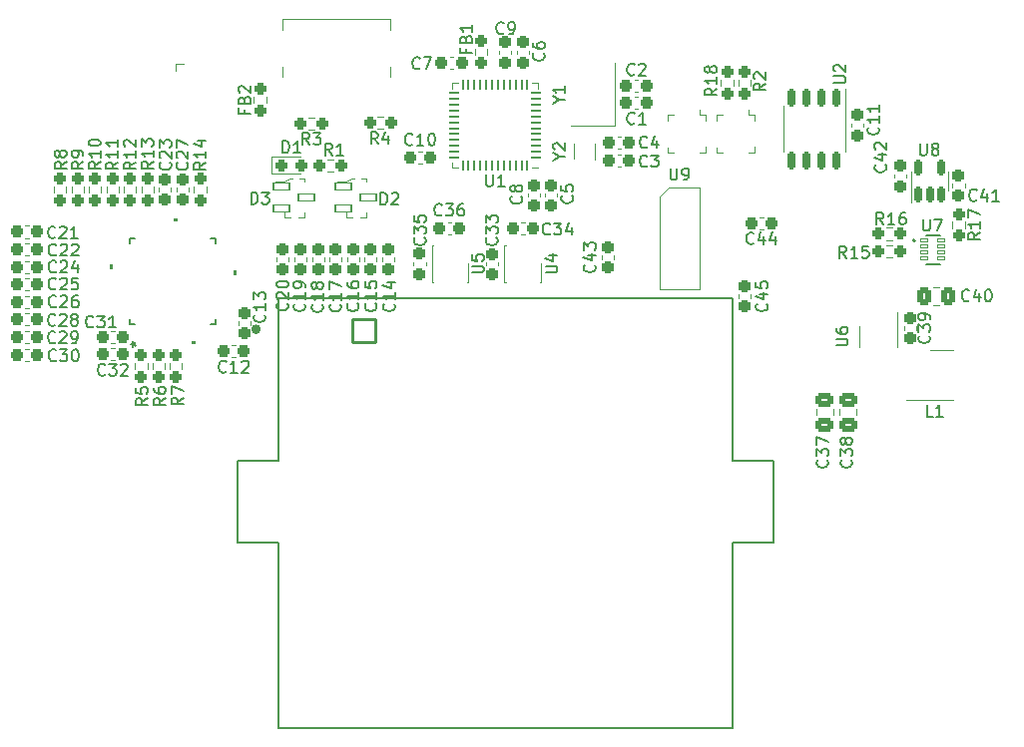
<source format=gto>
G04 #@! TF.GenerationSoftware,KiCad,Pcbnew,(7.0.0)*
G04 #@! TF.CreationDate,2023-09-28T17:21:21-04:00*
G04 #@! TF.ProjectId,Brytec_InputModuleRev2,42727974-6563-45f4-996e-7075744d6f64,rev?*
G04 #@! TF.SameCoordinates,Original*
G04 #@! TF.FileFunction,Legend,Top*
G04 #@! TF.FilePolarity,Positive*
%FSLAX46Y46*%
G04 Gerber Fmt 4.6, Leading zero omitted, Abs format (unit mm)*
G04 Created by KiCad (PCBNEW (7.0.0)) date 2023-09-28 17:21:21*
%MOMM*%
%LPD*%
G01*
G04 APERTURE LIST*
G04 Aperture macros list*
%AMRoundRect*
0 Rectangle with rounded corners*
0 $1 Rounding radius*
0 $2 $3 $4 $5 $6 $7 $8 $9 X,Y pos of 4 corners*
0 Add a 4 corners polygon primitive as box body*
4,1,4,$2,$3,$4,$5,$6,$7,$8,$9,$2,$3,0*
0 Add four circle primitives for the rounded corners*
1,1,$1+$1,$2,$3*
1,1,$1+$1,$4,$5*
1,1,$1+$1,$6,$7*
1,1,$1+$1,$8,$9*
0 Add four rect primitives between the rounded corners*
20,1,$1+$1,$2,$3,$4,$5,0*
20,1,$1+$1,$4,$5,$6,$7,0*
20,1,$1+$1,$6,$7,$8,$9,0*
20,1,$1+$1,$8,$9,$2,$3,0*%
G04 Aperture macros list end*
%ADD10C,0.150000*%
%ADD11C,0.120000*%
%ADD12C,0.100000*%
%ADD13C,0.127000*%
%ADD14C,0.400000*%
%ADD15C,0.200000*%
%ADD16C,0.152400*%
%ADD17RoundRect,0.237500X0.237500X-0.300000X0.237500X0.300000X-0.237500X0.300000X-0.237500X-0.300000X0*%
%ADD18R,1.800000X1.000000*%
%ADD19RoundRect,0.237500X-0.250000X-0.237500X0.250000X-0.237500X0.250000X0.237500X-0.250000X0.237500X0*%
%ADD20RoundRect,0.237500X0.300000X0.237500X-0.300000X0.237500X-0.300000X-0.237500X0.300000X-0.237500X0*%
%ADD21RoundRect,0.250000X-0.475000X0.337500X-0.475000X-0.337500X0.475000X-0.337500X0.475000X0.337500X0*%
%ADD22RoundRect,0.070000X-0.650000X-0.300000X0.650000X-0.300000X0.650000X0.300000X-0.650000X0.300000X0*%
%ADD23RoundRect,0.237500X0.250000X0.237500X-0.250000X0.237500X-0.250000X-0.237500X0.250000X-0.237500X0*%
%ADD24RoundRect,0.237500X0.237500X-0.250000X0.237500X0.250000X-0.237500X0.250000X-0.237500X-0.250000X0*%
%ADD25R,0.350000X0.650000*%
%ADD26R,2.400000X1.550000*%
%ADD27RoundRect,0.150000X0.150000X-0.512500X0.150000X0.512500X-0.150000X0.512500X-0.150000X-0.512500X0*%
%ADD28R,1.300000X1.600000*%
%ADD29R,1.700000X0.800000*%
%ADD30RoundRect,0.237500X-0.300000X-0.237500X0.300000X-0.237500X0.300000X0.237500X-0.300000X0.237500X0*%
%ADD31C,3.300000*%
%ADD32RoundRect,0.102000X-0.975000X-0.975000X0.975000X-0.975000X0.975000X0.975000X-0.975000X0.975000X0*%
%ADD33C,2.154000*%
%ADD34RoundRect,0.150000X-0.150000X0.625000X-0.150000X-0.625000X0.150000X-0.625000X0.150000X0.625000X0*%
%ADD35RoundRect,0.012800X-0.317200X-0.147200X0.317200X-0.147200X0.317200X0.147200X-0.317200X0.147200X0*%
%ADD36RoundRect,0.237500X-0.237500X0.250000X-0.237500X-0.250000X0.237500X-0.250000X0.237500X0.250000X0*%
%ADD37C,0.600000*%
%ADD38R,1.000000X2.000000*%
%ADD39O,0.850000X0.600000*%
%ADD40R,0.520000X1.000000*%
%ADD41R,0.270000X1.000000*%
%ADD42O,1.300000X2.300000*%
%ADD43O,1.300000X2.600000*%
%ADD44R,1.320000X0.450000*%
%ADD45R,2.770000X6.400000*%
%ADD46R,0.650000X1.560000*%
%ADD47R,0.279400X1.346200*%
%ADD48R,1.346200X0.279400*%
%ADD49R,4.140200X4.140200*%
%ADD50C,0.990600*%
%ADD51C,0.787400*%
%ADD52RoundRect,0.237500X-0.287500X-0.237500X0.287500X-0.237500X0.287500X0.237500X-0.287500X0.237500X0*%
%ADD53RoundRect,0.237500X-0.237500X0.300000X-0.237500X-0.300000X0.237500X-0.300000X0.237500X0.300000X0*%
%ADD54RoundRect,0.062500X0.375000X0.062500X-0.375000X0.062500X-0.375000X-0.062500X0.375000X-0.062500X0*%
%ADD55RoundRect,0.062500X0.062500X0.375000X-0.062500X0.375000X-0.062500X-0.375000X0.062500X-0.375000X0*%
%ADD56R,5.600000X5.600000*%
%ADD57R,1.200000X3.300000*%
%ADD58RoundRect,0.250000X0.337500X0.475000X-0.337500X0.475000X-0.337500X-0.475000X0.337500X-0.475000X0*%
G04 APERTURE END LIST*
D10*
X120160142Y-115095257D02*
X120207761Y-115142876D01*
X120207761Y-115142876D02*
X120255380Y-115285733D01*
X120255380Y-115285733D02*
X120255380Y-115380971D01*
X120255380Y-115380971D02*
X120207761Y-115523828D01*
X120207761Y-115523828D02*
X120112523Y-115619066D01*
X120112523Y-115619066D02*
X120017285Y-115666685D01*
X120017285Y-115666685D02*
X119826809Y-115714304D01*
X119826809Y-115714304D02*
X119683952Y-115714304D01*
X119683952Y-115714304D02*
X119493476Y-115666685D01*
X119493476Y-115666685D02*
X119398238Y-115619066D01*
X119398238Y-115619066D02*
X119303000Y-115523828D01*
X119303000Y-115523828D02*
X119255380Y-115380971D01*
X119255380Y-115380971D02*
X119255380Y-115285733D01*
X119255380Y-115285733D02*
X119303000Y-115142876D01*
X119303000Y-115142876D02*
X119350619Y-115095257D01*
X119255380Y-114761923D02*
X119255380Y-114142876D01*
X119255380Y-114142876D02*
X119636333Y-114476209D01*
X119636333Y-114476209D02*
X119636333Y-114333352D01*
X119636333Y-114333352D02*
X119683952Y-114238114D01*
X119683952Y-114238114D02*
X119731571Y-114190495D01*
X119731571Y-114190495D02*
X119826809Y-114142876D01*
X119826809Y-114142876D02*
X120064904Y-114142876D01*
X120064904Y-114142876D02*
X120160142Y-114190495D01*
X120160142Y-114190495D02*
X120207761Y-114238114D01*
X120207761Y-114238114D02*
X120255380Y-114333352D01*
X120255380Y-114333352D02*
X120255380Y-114619066D01*
X120255380Y-114619066D02*
X120207761Y-114714304D01*
X120207761Y-114714304D02*
X120160142Y-114761923D01*
X119255380Y-113238114D02*
X119255380Y-113714304D01*
X119255380Y-113714304D02*
X119731571Y-113761923D01*
X119731571Y-113761923D02*
X119683952Y-113714304D01*
X119683952Y-113714304D02*
X119636333Y-113619066D01*
X119636333Y-113619066D02*
X119636333Y-113380971D01*
X119636333Y-113380971D02*
X119683952Y-113285733D01*
X119683952Y-113285733D02*
X119731571Y-113238114D01*
X119731571Y-113238114D02*
X119826809Y-113190495D01*
X119826809Y-113190495D02*
X120064904Y-113190495D01*
X120064904Y-113190495D02*
X120160142Y-113238114D01*
X120160142Y-113238114D02*
X120207761Y-113285733D01*
X120207761Y-113285733D02*
X120255380Y-113380971D01*
X120255380Y-113380971D02*
X120255380Y-113619066D01*
X120255380Y-113619066D02*
X120207761Y-113714304D01*
X120207761Y-113714304D02*
X120160142Y-113761923D01*
X131596790Y-108222990D02*
X132072980Y-108222990D01*
X131072980Y-108556323D02*
X131596790Y-108222990D01*
X131596790Y-108222990D02*
X131072980Y-107889657D01*
X131168219Y-107603942D02*
X131120600Y-107556323D01*
X131120600Y-107556323D02*
X131072980Y-107461085D01*
X131072980Y-107461085D02*
X131072980Y-107222990D01*
X131072980Y-107222990D02*
X131120600Y-107127752D01*
X131120600Y-107127752D02*
X131168219Y-107080133D01*
X131168219Y-107080133D02*
X131263457Y-107032514D01*
X131263457Y-107032514D02*
X131358695Y-107032514D01*
X131358695Y-107032514D02*
X131501552Y-107080133D01*
X131501552Y-107080133D02*
X132072980Y-107651561D01*
X132072980Y-107651561D02*
X132072980Y-107032514D01*
X155934142Y-116804180D02*
X155600809Y-116327990D01*
X155362714Y-116804180D02*
X155362714Y-115804180D01*
X155362714Y-115804180D02*
X155743666Y-115804180D01*
X155743666Y-115804180D02*
X155838904Y-115851800D01*
X155838904Y-115851800D02*
X155886523Y-115899419D01*
X155886523Y-115899419D02*
X155934142Y-115994657D01*
X155934142Y-115994657D02*
X155934142Y-116137514D01*
X155934142Y-116137514D02*
X155886523Y-116232752D01*
X155886523Y-116232752D02*
X155838904Y-116280371D01*
X155838904Y-116280371D02*
X155743666Y-116327990D01*
X155743666Y-116327990D02*
X155362714Y-116327990D01*
X156886523Y-116804180D02*
X156315095Y-116804180D01*
X156600809Y-116804180D02*
X156600809Y-115804180D01*
X156600809Y-115804180D02*
X156505571Y-115947038D01*
X156505571Y-115947038D02*
X156410333Y-116042276D01*
X156410333Y-116042276D02*
X156315095Y-116089895D01*
X157791285Y-115804180D02*
X157315095Y-115804180D01*
X157315095Y-115804180D02*
X157267476Y-116280371D01*
X157267476Y-116280371D02*
X157315095Y-116232752D01*
X157315095Y-116232752D02*
X157410333Y-116185133D01*
X157410333Y-116185133D02*
X157648428Y-116185133D01*
X157648428Y-116185133D02*
X157743666Y-116232752D01*
X157743666Y-116232752D02*
X157791285Y-116280371D01*
X157791285Y-116280371D02*
X157838904Y-116375609D01*
X157838904Y-116375609D02*
X157838904Y-116613704D01*
X157838904Y-116613704D02*
X157791285Y-116708942D01*
X157791285Y-116708942D02*
X157743666Y-116756561D01*
X157743666Y-116756561D02*
X157648428Y-116804180D01*
X157648428Y-116804180D02*
X157410333Y-116804180D01*
X157410333Y-116804180D02*
X157315095Y-116756561D01*
X157315095Y-116756561D02*
X157267476Y-116708942D01*
X149166942Y-120708657D02*
X149214561Y-120756276D01*
X149214561Y-120756276D02*
X149262180Y-120899133D01*
X149262180Y-120899133D02*
X149262180Y-120994371D01*
X149262180Y-120994371D02*
X149214561Y-121137228D01*
X149214561Y-121137228D02*
X149119323Y-121232466D01*
X149119323Y-121232466D02*
X149024085Y-121280085D01*
X149024085Y-121280085D02*
X148833609Y-121327704D01*
X148833609Y-121327704D02*
X148690752Y-121327704D01*
X148690752Y-121327704D02*
X148500276Y-121280085D01*
X148500276Y-121280085D02*
X148405038Y-121232466D01*
X148405038Y-121232466D02*
X148309800Y-121137228D01*
X148309800Y-121137228D02*
X148262180Y-120994371D01*
X148262180Y-120994371D02*
X148262180Y-120899133D01*
X148262180Y-120899133D02*
X148309800Y-120756276D01*
X148309800Y-120756276D02*
X148357419Y-120708657D01*
X148595514Y-119851514D02*
X149262180Y-119851514D01*
X148214561Y-120089609D02*
X148928847Y-120327704D01*
X148928847Y-120327704D02*
X148928847Y-119708657D01*
X148262180Y-118851514D02*
X148262180Y-119327704D01*
X148262180Y-119327704D02*
X148738371Y-119375323D01*
X148738371Y-119375323D02*
X148690752Y-119327704D01*
X148690752Y-119327704D02*
X148643133Y-119232466D01*
X148643133Y-119232466D02*
X148643133Y-118994371D01*
X148643133Y-118994371D02*
X148690752Y-118899133D01*
X148690752Y-118899133D02*
X148738371Y-118851514D01*
X148738371Y-118851514D02*
X148833609Y-118803895D01*
X148833609Y-118803895D02*
X149071704Y-118803895D01*
X149071704Y-118803895D02*
X149166942Y-118851514D01*
X149166942Y-118851514D02*
X149214561Y-118899133D01*
X149214561Y-118899133D02*
X149262180Y-118994371D01*
X149262180Y-118994371D02*
X149262180Y-119232466D01*
X149262180Y-119232466D02*
X149214561Y-119327704D01*
X149214561Y-119327704D02*
X149166942Y-119375323D01*
X92041742Y-122623942D02*
X91994123Y-122671561D01*
X91994123Y-122671561D02*
X91851266Y-122719180D01*
X91851266Y-122719180D02*
X91756028Y-122719180D01*
X91756028Y-122719180D02*
X91613171Y-122671561D01*
X91613171Y-122671561D02*
X91517933Y-122576323D01*
X91517933Y-122576323D02*
X91470314Y-122481085D01*
X91470314Y-122481085D02*
X91422695Y-122290609D01*
X91422695Y-122290609D02*
X91422695Y-122147752D01*
X91422695Y-122147752D02*
X91470314Y-121957276D01*
X91470314Y-121957276D02*
X91517933Y-121862038D01*
X91517933Y-121862038D02*
X91613171Y-121766800D01*
X91613171Y-121766800D02*
X91756028Y-121719180D01*
X91756028Y-121719180D02*
X91851266Y-121719180D01*
X91851266Y-121719180D02*
X91994123Y-121766800D01*
X91994123Y-121766800D02*
X92041742Y-121814419D01*
X92375076Y-121719180D02*
X92994123Y-121719180D01*
X92994123Y-121719180D02*
X92660790Y-122100133D01*
X92660790Y-122100133D02*
X92803647Y-122100133D01*
X92803647Y-122100133D02*
X92898885Y-122147752D01*
X92898885Y-122147752D02*
X92946504Y-122195371D01*
X92946504Y-122195371D02*
X92994123Y-122290609D01*
X92994123Y-122290609D02*
X92994123Y-122528704D01*
X92994123Y-122528704D02*
X92946504Y-122623942D01*
X92946504Y-122623942D02*
X92898885Y-122671561D01*
X92898885Y-122671561D02*
X92803647Y-122719180D01*
X92803647Y-122719180D02*
X92517933Y-122719180D01*
X92517933Y-122719180D02*
X92422695Y-122671561D01*
X92422695Y-122671561D02*
X92375076Y-122623942D01*
X93946504Y-122719180D02*
X93375076Y-122719180D01*
X93660790Y-122719180D02*
X93660790Y-121719180D01*
X93660790Y-121719180D02*
X93565552Y-121862038D01*
X93565552Y-121862038D02*
X93470314Y-121957276D01*
X93470314Y-121957276D02*
X93375076Y-122004895D01*
X88892142Y-116527942D02*
X88844523Y-116575561D01*
X88844523Y-116575561D02*
X88701666Y-116623180D01*
X88701666Y-116623180D02*
X88606428Y-116623180D01*
X88606428Y-116623180D02*
X88463571Y-116575561D01*
X88463571Y-116575561D02*
X88368333Y-116480323D01*
X88368333Y-116480323D02*
X88320714Y-116385085D01*
X88320714Y-116385085D02*
X88273095Y-116194609D01*
X88273095Y-116194609D02*
X88273095Y-116051752D01*
X88273095Y-116051752D02*
X88320714Y-115861276D01*
X88320714Y-115861276D02*
X88368333Y-115766038D01*
X88368333Y-115766038D02*
X88463571Y-115670800D01*
X88463571Y-115670800D02*
X88606428Y-115623180D01*
X88606428Y-115623180D02*
X88701666Y-115623180D01*
X88701666Y-115623180D02*
X88844523Y-115670800D01*
X88844523Y-115670800D02*
X88892142Y-115718419D01*
X89273095Y-115718419D02*
X89320714Y-115670800D01*
X89320714Y-115670800D02*
X89415952Y-115623180D01*
X89415952Y-115623180D02*
X89654047Y-115623180D01*
X89654047Y-115623180D02*
X89749285Y-115670800D01*
X89749285Y-115670800D02*
X89796904Y-115718419D01*
X89796904Y-115718419D02*
X89844523Y-115813657D01*
X89844523Y-115813657D02*
X89844523Y-115908895D01*
X89844523Y-115908895D02*
X89796904Y-116051752D01*
X89796904Y-116051752D02*
X89225476Y-116623180D01*
X89225476Y-116623180D02*
X89844523Y-116623180D01*
X90225476Y-115718419D02*
X90273095Y-115670800D01*
X90273095Y-115670800D02*
X90368333Y-115623180D01*
X90368333Y-115623180D02*
X90606428Y-115623180D01*
X90606428Y-115623180D02*
X90701666Y-115670800D01*
X90701666Y-115670800D02*
X90749285Y-115718419D01*
X90749285Y-115718419D02*
X90796904Y-115813657D01*
X90796904Y-115813657D02*
X90796904Y-115908895D01*
X90796904Y-115908895D02*
X90749285Y-116051752D01*
X90749285Y-116051752D02*
X90177857Y-116623180D01*
X90177857Y-116623180D02*
X90796904Y-116623180D01*
X156341142Y-133970657D02*
X156388761Y-134018276D01*
X156388761Y-134018276D02*
X156436380Y-134161133D01*
X156436380Y-134161133D02*
X156436380Y-134256371D01*
X156436380Y-134256371D02*
X156388761Y-134399228D01*
X156388761Y-134399228D02*
X156293523Y-134494466D01*
X156293523Y-134494466D02*
X156198285Y-134542085D01*
X156198285Y-134542085D02*
X156007809Y-134589704D01*
X156007809Y-134589704D02*
X155864952Y-134589704D01*
X155864952Y-134589704D02*
X155674476Y-134542085D01*
X155674476Y-134542085D02*
X155579238Y-134494466D01*
X155579238Y-134494466D02*
X155484000Y-134399228D01*
X155484000Y-134399228D02*
X155436380Y-134256371D01*
X155436380Y-134256371D02*
X155436380Y-134161133D01*
X155436380Y-134161133D02*
X155484000Y-134018276D01*
X155484000Y-134018276D02*
X155531619Y-133970657D01*
X155436380Y-133637323D02*
X155436380Y-133018276D01*
X155436380Y-133018276D02*
X155817333Y-133351609D01*
X155817333Y-133351609D02*
X155817333Y-133208752D01*
X155817333Y-133208752D02*
X155864952Y-133113514D01*
X155864952Y-133113514D02*
X155912571Y-133065895D01*
X155912571Y-133065895D02*
X156007809Y-133018276D01*
X156007809Y-133018276D02*
X156245904Y-133018276D01*
X156245904Y-133018276D02*
X156341142Y-133065895D01*
X156341142Y-133065895D02*
X156388761Y-133113514D01*
X156388761Y-133113514D02*
X156436380Y-133208752D01*
X156436380Y-133208752D02*
X156436380Y-133494466D01*
X156436380Y-133494466D02*
X156388761Y-133589704D01*
X156388761Y-133589704D02*
X156341142Y-133637323D01*
X155864952Y-132446847D02*
X155817333Y-132542085D01*
X155817333Y-132542085D02*
X155769714Y-132589704D01*
X155769714Y-132589704D02*
X155674476Y-132637323D01*
X155674476Y-132637323D02*
X155626857Y-132637323D01*
X155626857Y-132637323D02*
X155531619Y-132589704D01*
X155531619Y-132589704D02*
X155484000Y-132542085D01*
X155484000Y-132542085D02*
X155436380Y-132446847D01*
X155436380Y-132446847D02*
X155436380Y-132256371D01*
X155436380Y-132256371D02*
X155484000Y-132161133D01*
X155484000Y-132161133D02*
X155531619Y-132113514D01*
X155531619Y-132113514D02*
X155626857Y-132065895D01*
X155626857Y-132065895D02*
X155674476Y-132065895D01*
X155674476Y-132065895D02*
X155769714Y-132113514D01*
X155769714Y-132113514D02*
X155817333Y-132161133D01*
X155817333Y-132161133D02*
X155864952Y-132256371D01*
X155864952Y-132256371D02*
X155864952Y-132446847D01*
X155864952Y-132446847D02*
X155912571Y-132542085D01*
X155912571Y-132542085D02*
X155960190Y-132589704D01*
X155960190Y-132589704D02*
X156055428Y-132637323D01*
X156055428Y-132637323D02*
X156245904Y-132637323D01*
X156245904Y-132637323D02*
X156341142Y-132589704D01*
X156341142Y-132589704D02*
X156388761Y-132542085D01*
X156388761Y-132542085D02*
X156436380Y-132446847D01*
X156436380Y-132446847D02*
X156436380Y-132256371D01*
X156436380Y-132256371D02*
X156388761Y-132161133D01*
X156388761Y-132161133D02*
X156341142Y-132113514D01*
X156341142Y-132113514D02*
X156245904Y-132065895D01*
X156245904Y-132065895D02*
X156055428Y-132065895D01*
X156055428Y-132065895D02*
X155960190Y-132113514D01*
X155960190Y-132113514D02*
X155912571Y-132161133D01*
X155912571Y-132161133D02*
X155864952Y-132256371D01*
X116432105Y-112279780D02*
X116432105Y-111279780D01*
X116432105Y-111279780D02*
X116670200Y-111279780D01*
X116670200Y-111279780D02*
X116813057Y-111327400D01*
X116813057Y-111327400D02*
X116908295Y-111422638D01*
X116908295Y-111422638D02*
X116955914Y-111517876D01*
X116955914Y-111517876D02*
X117003533Y-111708352D01*
X117003533Y-111708352D02*
X117003533Y-111851209D01*
X117003533Y-111851209D02*
X116955914Y-112041685D01*
X116955914Y-112041685D02*
X116908295Y-112136923D01*
X116908295Y-112136923D02*
X116813057Y-112232161D01*
X116813057Y-112232161D02*
X116670200Y-112279780D01*
X116670200Y-112279780D02*
X116432105Y-112279780D01*
X117384486Y-111375019D02*
X117432105Y-111327400D01*
X117432105Y-111327400D02*
X117527343Y-111279780D01*
X117527343Y-111279780D02*
X117765438Y-111279780D01*
X117765438Y-111279780D02*
X117860676Y-111327400D01*
X117860676Y-111327400D02*
X117908295Y-111375019D01*
X117908295Y-111375019D02*
X117955914Y-111470257D01*
X117955914Y-111470257D02*
X117955914Y-111565495D01*
X117955914Y-111565495D02*
X117908295Y-111708352D01*
X117908295Y-111708352D02*
X117336867Y-112279780D01*
X117336867Y-112279780D02*
X117955914Y-112279780D01*
X166983142Y-111882942D02*
X166935523Y-111930561D01*
X166935523Y-111930561D02*
X166792666Y-111978180D01*
X166792666Y-111978180D02*
X166697428Y-111978180D01*
X166697428Y-111978180D02*
X166554571Y-111930561D01*
X166554571Y-111930561D02*
X166459333Y-111835323D01*
X166459333Y-111835323D02*
X166411714Y-111740085D01*
X166411714Y-111740085D02*
X166364095Y-111549609D01*
X166364095Y-111549609D02*
X166364095Y-111406752D01*
X166364095Y-111406752D02*
X166411714Y-111216276D01*
X166411714Y-111216276D02*
X166459333Y-111121038D01*
X166459333Y-111121038D02*
X166554571Y-111025800D01*
X166554571Y-111025800D02*
X166697428Y-110978180D01*
X166697428Y-110978180D02*
X166792666Y-110978180D01*
X166792666Y-110978180D02*
X166935523Y-111025800D01*
X166935523Y-111025800D02*
X166983142Y-111073419D01*
X167840285Y-111311514D02*
X167840285Y-111978180D01*
X167602190Y-110930561D02*
X167364095Y-111644847D01*
X167364095Y-111644847D02*
X167983142Y-111644847D01*
X168887904Y-111978180D02*
X168316476Y-111978180D01*
X168602190Y-111978180D02*
X168602190Y-110978180D01*
X168602190Y-110978180D02*
X168506952Y-111121038D01*
X168506952Y-111121038D02*
X168411714Y-111216276D01*
X168411714Y-111216276D02*
X168316476Y-111263895D01*
X126256142Y-115095257D02*
X126303761Y-115142876D01*
X126303761Y-115142876D02*
X126351380Y-115285733D01*
X126351380Y-115285733D02*
X126351380Y-115380971D01*
X126351380Y-115380971D02*
X126303761Y-115523828D01*
X126303761Y-115523828D02*
X126208523Y-115619066D01*
X126208523Y-115619066D02*
X126113285Y-115666685D01*
X126113285Y-115666685D02*
X125922809Y-115714304D01*
X125922809Y-115714304D02*
X125779952Y-115714304D01*
X125779952Y-115714304D02*
X125589476Y-115666685D01*
X125589476Y-115666685D02*
X125494238Y-115619066D01*
X125494238Y-115619066D02*
X125399000Y-115523828D01*
X125399000Y-115523828D02*
X125351380Y-115380971D01*
X125351380Y-115380971D02*
X125351380Y-115285733D01*
X125351380Y-115285733D02*
X125399000Y-115142876D01*
X125399000Y-115142876D02*
X125446619Y-115095257D01*
X125351380Y-114761923D02*
X125351380Y-114142876D01*
X125351380Y-114142876D02*
X125732333Y-114476209D01*
X125732333Y-114476209D02*
X125732333Y-114333352D01*
X125732333Y-114333352D02*
X125779952Y-114238114D01*
X125779952Y-114238114D02*
X125827571Y-114190495D01*
X125827571Y-114190495D02*
X125922809Y-114142876D01*
X125922809Y-114142876D02*
X126160904Y-114142876D01*
X126160904Y-114142876D02*
X126256142Y-114190495D01*
X126256142Y-114190495D02*
X126303761Y-114238114D01*
X126303761Y-114238114D02*
X126351380Y-114333352D01*
X126351380Y-114333352D02*
X126351380Y-114619066D01*
X126351380Y-114619066D02*
X126303761Y-114714304D01*
X126303761Y-114714304D02*
X126256142Y-114761923D01*
X125351380Y-113809542D02*
X125351380Y-113190495D01*
X125351380Y-113190495D02*
X125732333Y-113523828D01*
X125732333Y-113523828D02*
X125732333Y-113380971D01*
X125732333Y-113380971D02*
X125779952Y-113285733D01*
X125779952Y-113285733D02*
X125827571Y-113238114D01*
X125827571Y-113238114D02*
X125922809Y-113190495D01*
X125922809Y-113190495D02*
X126160904Y-113190495D01*
X126160904Y-113190495D02*
X126256142Y-113238114D01*
X126256142Y-113238114D02*
X126303761Y-113285733D01*
X126303761Y-113285733D02*
X126351380Y-113380971D01*
X126351380Y-113380971D02*
X126351380Y-113666685D01*
X126351380Y-113666685D02*
X126303761Y-113761923D01*
X126303761Y-113761923D02*
X126256142Y-113809542D01*
X162945142Y-123404257D02*
X162992761Y-123451876D01*
X162992761Y-123451876D02*
X163040380Y-123594733D01*
X163040380Y-123594733D02*
X163040380Y-123689971D01*
X163040380Y-123689971D02*
X162992761Y-123832828D01*
X162992761Y-123832828D02*
X162897523Y-123928066D01*
X162897523Y-123928066D02*
X162802285Y-123975685D01*
X162802285Y-123975685D02*
X162611809Y-124023304D01*
X162611809Y-124023304D02*
X162468952Y-124023304D01*
X162468952Y-124023304D02*
X162278476Y-123975685D01*
X162278476Y-123975685D02*
X162183238Y-123928066D01*
X162183238Y-123928066D02*
X162088000Y-123832828D01*
X162088000Y-123832828D02*
X162040380Y-123689971D01*
X162040380Y-123689971D02*
X162040380Y-123594733D01*
X162040380Y-123594733D02*
X162088000Y-123451876D01*
X162088000Y-123451876D02*
X162135619Y-123404257D01*
X162040380Y-123070923D02*
X162040380Y-122451876D01*
X162040380Y-122451876D02*
X162421333Y-122785209D01*
X162421333Y-122785209D02*
X162421333Y-122642352D01*
X162421333Y-122642352D02*
X162468952Y-122547114D01*
X162468952Y-122547114D02*
X162516571Y-122499495D01*
X162516571Y-122499495D02*
X162611809Y-122451876D01*
X162611809Y-122451876D02*
X162849904Y-122451876D01*
X162849904Y-122451876D02*
X162945142Y-122499495D01*
X162945142Y-122499495D02*
X162992761Y-122547114D01*
X162992761Y-122547114D02*
X163040380Y-122642352D01*
X163040380Y-122642352D02*
X163040380Y-122928066D01*
X163040380Y-122928066D02*
X162992761Y-123023304D01*
X162992761Y-123023304D02*
X162945142Y-123070923D01*
X163040380Y-121975685D02*
X163040380Y-121785209D01*
X163040380Y-121785209D02*
X162992761Y-121689971D01*
X162992761Y-121689971D02*
X162945142Y-121642352D01*
X162945142Y-121642352D02*
X162802285Y-121547114D01*
X162802285Y-121547114D02*
X162611809Y-121499495D01*
X162611809Y-121499495D02*
X162230857Y-121499495D01*
X162230857Y-121499495D02*
X162135619Y-121547114D01*
X162135619Y-121547114D02*
X162088000Y-121594733D01*
X162088000Y-121594733D02*
X162040380Y-121689971D01*
X162040380Y-121689971D02*
X162040380Y-121880447D01*
X162040380Y-121880447D02*
X162088000Y-121975685D01*
X162088000Y-121975685D02*
X162135619Y-122023304D01*
X162135619Y-122023304D02*
X162230857Y-122070923D01*
X162230857Y-122070923D02*
X162468952Y-122070923D01*
X162468952Y-122070923D02*
X162564190Y-122023304D01*
X162564190Y-122023304D02*
X162611809Y-121975685D01*
X162611809Y-121975685D02*
X162659428Y-121880447D01*
X162659428Y-121880447D02*
X162659428Y-121689971D01*
X162659428Y-121689971D02*
X162611809Y-121594733D01*
X162611809Y-121594733D02*
X162564190Y-121547114D01*
X162564190Y-121547114D02*
X162468952Y-121499495D01*
X112304533Y-108088780D02*
X111971200Y-107612590D01*
X111733105Y-108088780D02*
X111733105Y-107088780D01*
X111733105Y-107088780D02*
X112114057Y-107088780D01*
X112114057Y-107088780D02*
X112209295Y-107136400D01*
X112209295Y-107136400D02*
X112256914Y-107184019D01*
X112256914Y-107184019D02*
X112304533Y-107279257D01*
X112304533Y-107279257D02*
X112304533Y-107422114D01*
X112304533Y-107422114D02*
X112256914Y-107517352D01*
X112256914Y-107517352D02*
X112209295Y-107564971D01*
X112209295Y-107564971D02*
X112114057Y-107612590D01*
X112114057Y-107612590D02*
X111733105Y-107612590D01*
X113256914Y-108088780D02*
X112685486Y-108088780D01*
X112971200Y-108088780D02*
X112971200Y-107088780D01*
X112971200Y-107088780D02*
X112875962Y-107231638D01*
X112875962Y-107231638D02*
X112780724Y-107326876D01*
X112780724Y-107326876D02*
X112685486Y-107374495D01*
X109949342Y-120708657D02*
X109996961Y-120756276D01*
X109996961Y-120756276D02*
X110044580Y-120899133D01*
X110044580Y-120899133D02*
X110044580Y-120994371D01*
X110044580Y-120994371D02*
X109996961Y-121137228D01*
X109996961Y-121137228D02*
X109901723Y-121232466D01*
X109901723Y-121232466D02*
X109806485Y-121280085D01*
X109806485Y-121280085D02*
X109616009Y-121327704D01*
X109616009Y-121327704D02*
X109473152Y-121327704D01*
X109473152Y-121327704D02*
X109282676Y-121280085D01*
X109282676Y-121280085D02*
X109187438Y-121232466D01*
X109187438Y-121232466D02*
X109092200Y-121137228D01*
X109092200Y-121137228D02*
X109044580Y-120994371D01*
X109044580Y-120994371D02*
X109044580Y-120899133D01*
X109044580Y-120899133D02*
X109092200Y-120756276D01*
X109092200Y-120756276D02*
X109139819Y-120708657D01*
X110044580Y-119756276D02*
X110044580Y-120327704D01*
X110044580Y-120041990D02*
X109044580Y-120041990D01*
X109044580Y-120041990D02*
X109187438Y-120137228D01*
X109187438Y-120137228D02*
X109282676Y-120232466D01*
X109282676Y-120232466D02*
X109330295Y-120327704D01*
X110044580Y-119280085D02*
X110044580Y-119089609D01*
X110044580Y-119089609D02*
X109996961Y-118994371D01*
X109996961Y-118994371D02*
X109949342Y-118946752D01*
X109949342Y-118946752D02*
X109806485Y-118851514D01*
X109806485Y-118851514D02*
X109616009Y-118803895D01*
X109616009Y-118803895D02*
X109235057Y-118803895D01*
X109235057Y-118803895D02*
X109139819Y-118851514D01*
X109139819Y-118851514D02*
X109092200Y-118899133D01*
X109092200Y-118899133D02*
X109044580Y-118994371D01*
X109044580Y-118994371D02*
X109044580Y-119184847D01*
X109044580Y-119184847D02*
X109092200Y-119280085D01*
X109092200Y-119280085D02*
X109139819Y-119327704D01*
X109139819Y-119327704D02*
X109235057Y-119375323D01*
X109235057Y-119375323D02*
X109473152Y-119375323D01*
X109473152Y-119375323D02*
X109568390Y-119327704D01*
X109568390Y-119327704D02*
X109616009Y-119280085D01*
X109616009Y-119280085D02*
X109663628Y-119184847D01*
X109663628Y-119184847D02*
X109663628Y-118994371D01*
X109663628Y-118994371D02*
X109616009Y-118899133D01*
X109616009Y-118899133D02*
X109568390Y-118851514D01*
X109568390Y-118851514D02*
X109473152Y-118803895D01*
X101586380Y-108694457D02*
X101110190Y-109027790D01*
X101586380Y-109265885D02*
X100586380Y-109265885D01*
X100586380Y-109265885D02*
X100586380Y-108884933D01*
X100586380Y-108884933D02*
X100634000Y-108789695D01*
X100634000Y-108789695D02*
X100681619Y-108742076D01*
X100681619Y-108742076D02*
X100776857Y-108694457D01*
X100776857Y-108694457D02*
X100919714Y-108694457D01*
X100919714Y-108694457D02*
X101014952Y-108742076D01*
X101014952Y-108742076D02*
X101062571Y-108789695D01*
X101062571Y-108789695D02*
X101110190Y-108884933D01*
X101110190Y-108884933D02*
X101110190Y-109265885D01*
X101586380Y-107742076D02*
X101586380Y-108313504D01*
X101586380Y-108027790D02*
X100586380Y-108027790D01*
X100586380Y-108027790D02*
X100729238Y-108123028D01*
X100729238Y-108123028D02*
X100824476Y-108218266D01*
X100824476Y-108218266D02*
X100872095Y-108313504D01*
X100919714Y-106884933D02*
X101586380Y-106884933D01*
X100538761Y-107123028D02*
X101253047Y-107361123D01*
X101253047Y-107361123D02*
X101253047Y-106742076D01*
X130406380Y-118059704D02*
X131215904Y-118059704D01*
X131215904Y-118059704D02*
X131311142Y-118012085D01*
X131311142Y-118012085D02*
X131358761Y-117964466D01*
X131358761Y-117964466D02*
X131406380Y-117869228D01*
X131406380Y-117869228D02*
X131406380Y-117678752D01*
X131406380Y-117678752D02*
X131358761Y-117583514D01*
X131358761Y-117583514D02*
X131311142Y-117535895D01*
X131311142Y-117535895D02*
X131215904Y-117488276D01*
X131215904Y-117488276D02*
X130406380Y-117488276D01*
X130739714Y-116583514D02*
X131406380Y-116583514D01*
X130358761Y-116821609D02*
X131073047Y-117059704D01*
X131073047Y-117059704D02*
X131073047Y-116440657D01*
X103319342Y-126442642D02*
X103271723Y-126490261D01*
X103271723Y-126490261D02*
X103128866Y-126537880D01*
X103128866Y-126537880D02*
X103033628Y-126537880D01*
X103033628Y-126537880D02*
X102890771Y-126490261D01*
X102890771Y-126490261D02*
X102795533Y-126395023D01*
X102795533Y-126395023D02*
X102747914Y-126299785D01*
X102747914Y-126299785D02*
X102700295Y-126109309D01*
X102700295Y-126109309D02*
X102700295Y-125966452D01*
X102700295Y-125966452D02*
X102747914Y-125775976D01*
X102747914Y-125775976D02*
X102795533Y-125680738D01*
X102795533Y-125680738D02*
X102890771Y-125585500D01*
X102890771Y-125585500D02*
X103033628Y-125537880D01*
X103033628Y-125537880D02*
X103128866Y-125537880D01*
X103128866Y-125537880D02*
X103271723Y-125585500D01*
X103271723Y-125585500D02*
X103319342Y-125633119D01*
X104271723Y-126537880D02*
X103700295Y-126537880D01*
X103986009Y-126537880D02*
X103986009Y-125537880D01*
X103986009Y-125537880D02*
X103890771Y-125680738D01*
X103890771Y-125680738D02*
X103795533Y-125775976D01*
X103795533Y-125775976D02*
X103700295Y-125823595D01*
X104652676Y-125633119D02*
X104700295Y-125585500D01*
X104700295Y-125585500D02*
X104795533Y-125537880D01*
X104795533Y-125537880D02*
X105033628Y-125537880D01*
X105033628Y-125537880D02*
X105128866Y-125585500D01*
X105128866Y-125585500D02*
X105176485Y-125633119D01*
X105176485Y-125633119D02*
X105224104Y-125728357D01*
X105224104Y-125728357D02*
X105224104Y-125823595D01*
X105224104Y-125823595D02*
X105176485Y-125966452D01*
X105176485Y-125966452D02*
X104605057Y-126537880D01*
X104605057Y-126537880D02*
X105224104Y-126537880D01*
X162190495Y-107091980D02*
X162190495Y-107901504D01*
X162190495Y-107901504D02*
X162238114Y-107996742D01*
X162238114Y-107996742D02*
X162285733Y-108044361D01*
X162285733Y-108044361D02*
X162380971Y-108091980D01*
X162380971Y-108091980D02*
X162571447Y-108091980D01*
X162571447Y-108091980D02*
X162666685Y-108044361D01*
X162666685Y-108044361D02*
X162714304Y-107996742D01*
X162714304Y-107996742D02*
X162761923Y-107901504D01*
X162761923Y-107901504D02*
X162761923Y-107091980D01*
X163380971Y-107520552D02*
X163285733Y-107472933D01*
X163285733Y-107472933D02*
X163238114Y-107425314D01*
X163238114Y-107425314D02*
X163190495Y-107330076D01*
X163190495Y-107330076D02*
X163190495Y-107282457D01*
X163190495Y-107282457D02*
X163238114Y-107187219D01*
X163238114Y-107187219D02*
X163285733Y-107139600D01*
X163285733Y-107139600D02*
X163380971Y-107091980D01*
X163380971Y-107091980D02*
X163571447Y-107091980D01*
X163571447Y-107091980D02*
X163666685Y-107139600D01*
X163666685Y-107139600D02*
X163714304Y-107187219D01*
X163714304Y-107187219D02*
X163761923Y-107282457D01*
X163761923Y-107282457D02*
X163761923Y-107330076D01*
X163761923Y-107330076D02*
X163714304Y-107425314D01*
X163714304Y-107425314D02*
X163666685Y-107472933D01*
X163666685Y-107472933D02*
X163571447Y-107520552D01*
X163571447Y-107520552D02*
X163380971Y-107520552D01*
X163380971Y-107520552D02*
X163285733Y-107568171D01*
X163285733Y-107568171D02*
X163238114Y-107615790D01*
X163238114Y-107615790D02*
X163190495Y-107711028D01*
X163190495Y-107711028D02*
X163190495Y-107901504D01*
X163190495Y-107901504D02*
X163238114Y-107996742D01*
X163238114Y-107996742D02*
X163285733Y-108044361D01*
X163285733Y-108044361D02*
X163380971Y-108091980D01*
X163380971Y-108091980D02*
X163571447Y-108091980D01*
X163571447Y-108091980D02*
X163666685Y-108044361D01*
X163666685Y-108044361D02*
X163714304Y-107996742D01*
X163714304Y-107996742D02*
X163761923Y-107901504D01*
X163761923Y-107901504D02*
X163761923Y-107711028D01*
X163761923Y-107711028D02*
X163714304Y-107615790D01*
X163714304Y-107615790D02*
X163666685Y-107568171D01*
X163666685Y-107568171D02*
X163571447Y-107520552D01*
X124157580Y-118059104D02*
X124967104Y-118059104D01*
X124967104Y-118059104D02*
X125062342Y-118011485D01*
X125062342Y-118011485D02*
X125109961Y-117963866D01*
X125109961Y-117963866D02*
X125157580Y-117868628D01*
X125157580Y-117868628D02*
X125157580Y-117678152D01*
X125157580Y-117678152D02*
X125109961Y-117582914D01*
X125109961Y-117582914D02*
X125062342Y-117535295D01*
X125062342Y-117535295D02*
X124967104Y-117487676D01*
X124967104Y-117487676D02*
X124157580Y-117487676D01*
X124157580Y-116535295D02*
X124157580Y-117011485D01*
X124157580Y-117011485D02*
X124633771Y-117059104D01*
X124633771Y-117059104D02*
X124586152Y-117011485D01*
X124586152Y-117011485D02*
X124538533Y-116916247D01*
X124538533Y-116916247D02*
X124538533Y-116678152D01*
X124538533Y-116678152D02*
X124586152Y-116582914D01*
X124586152Y-116582914D02*
X124633771Y-116535295D01*
X124633771Y-116535295D02*
X124729009Y-116487676D01*
X124729009Y-116487676D02*
X124967104Y-116487676D01*
X124967104Y-116487676D02*
X125062342Y-116535295D01*
X125062342Y-116535295D02*
X125109961Y-116582914D01*
X125109961Y-116582914D02*
X125157580Y-116678152D01*
X125157580Y-116678152D02*
X125157580Y-116916247D01*
X125157580Y-116916247D02*
X125109961Y-117011485D01*
X125109961Y-117011485D02*
X125062342Y-117059104D01*
X114470542Y-120683257D02*
X114518161Y-120730876D01*
X114518161Y-120730876D02*
X114565780Y-120873733D01*
X114565780Y-120873733D02*
X114565780Y-120968971D01*
X114565780Y-120968971D02*
X114518161Y-121111828D01*
X114518161Y-121111828D02*
X114422923Y-121207066D01*
X114422923Y-121207066D02*
X114327685Y-121254685D01*
X114327685Y-121254685D02*
X114137209Y-121302304D01*
X114137209Y-121302304D02*
X113994352Y-121302304D01*
X113994352Y-121302304D02*
X113803876Y-121254685D01*
X113803876Y-121254685D02*
X113708638Y-121207066D01*
X113708638Y-121207066D02*
X113613400Y-121111828D01*
X113613400Y-121111828D02*
X113565780Y-120968971D01*
X113565780Y-120968971D02*
X113565780Y-120873733D01*
X113565780Y-120873733D02*
X113613400Y-120730876D01*
X113613400Y-120730876D02*
X113661019Y-120683257D01*
X114565780Y-119730876D02*
X114565780Y-120302304D01*
X114565780Y-120016590D02*
X113565780Y-120016590D01*
X113565780Y-120016590D02*
X113708638Y-120111828D01*
X113708638Y-120111828D02*
X113803876Y-120207066D01*
X113803876Y-120207066D02*
X113851495Y-120302304D01*
X113565780Y-118873733D02*
X113565780Y-119064209D01*
X113565780Y-119064209D02*
X113613400Y-119159447D01*
X113613400Y-119159447D02*
X113661019Y-119207066D01*
X113661019Y-119207066D02*
X113803876Y-119302304D01*
X113803876Y-119302304D02*
X113994352Y-119349923D01*
X113994352Y-119349923D02*
X114375304Y-119349923D01*
X114375304Y-119349923D02*
X114470542Y-119302304D01*
X114470542Y-119302304D02*
X114518161Y-119254685D01*
X114518161Y-119254685D02*
X114565780Y-119159447D01*
X114565780Y-119159447D02*
X114565780Y-118968971D01*
X114565780Y-118968971D02*
X114518161Y-118873733D01*
X114518161Y-118873733D02*
X114470542Y-118826114D01*
X114470542Y-118826114D02*
X114375304Y-118778495D01*
X114375304Y-118778495D02*
X114137209Y-118778495D01*
X114137209Y-118778495D02*
X114041971Y-118826114D01*
X114041971Y-118826114D02*
X113994352Y-118873733D01*
X113994352Y-118873733D02*
X113946733Y-118968971D01*
X113946733Y-118968971D02*
X113946733Y-119159447D01*
X113946733Y-119159447D02*
X113994352Y-119254685D01*
X113994352Y-119254685D02*
X114041971Y-119302304D01*
X114041971Y-119302304D02*
X114137209Y-119349923D01*
X88815942Y-115029342D02*
X88768323Y-115076961D01*
X88768323Y-115076961D02*
X88625466Y-115124580D01*
X88625466Y-115124580D02*
X88530228Y-115124580D01*
X88530228Y-115124580D02*
X88387371Y-115076961D01*
X88387371Y-115076961D02*
X88292133Y-114981723D01*
X88292133Y-114981723D02*
X88244514Y-114886485D01*
X88244514Y-114886485D02*
X88196895Y-114696009D01*
X88196895Y-114696009D02*
X88196895Y-114553152D01*
X88196895Y-114553152D02*
X88244514Y-114362676D01*
X88244514Y-114362676D02*
X88292133Y-114267438D01*
X88292133Y-114267438D02*
X88387371Y-114172200D01*
X88387371Y-114172200D02*
X88530228Y-114124580D01*
X88530228Y-114124580D02*
X88625466Y-114124580D01*
X88625466Y-114124580D02*
X88768323Y-114172200D01*
X88768323Y-114172200D02*
X88815942Y-114219819D01*
X89196895Y-114219819D02*
X89244514Y-114172200D01*
X89244514Y-114172200D02*
X89339752Y-114124580D01*
X89339752Y-114124580D02*
X89577847Y-114124580D01*
X89577847Y-114124580D02*
X89673085Y-114172200D01*
X89673085Y-114172200D02*
X89720704Y-114219819D01*
X89720704Y-114219819D02*
X89768323Y-114315057D01*
X89768323Y-114315057D02*
X89768323Y-114410295D01*
X89768323Y-114410295D02*
X89720704Y-114553152D01*
X89720704Y-114553152D02*
X89149276Y-115124580D01*
X89149276Y-115124580D02*
X89768323Y-115124580D01*
X90720704Y-115124580D02*
X90149276Y-115124580D01*
X90434990Y-115124580D02*
X90434990Y-114124580D01*
X90434990Y-114124580D02*
X90339752Y-114267438D01*
X90339752Y-114267438D02*
X90244514Y-114362676D01*
X90244514Y-114362676D02*
X90149276Y-114410295D01*
X139025333Y-107383942D02*
X138977714Y-107431561D01*
X138977714Y-107431561D02*
X138834857Y-107479180D01*
X138834857Y-107479180D02*
X138739619Y-107479180D01*
X138739619Y-107479180D02*
X138596762Y-107431561D01*
X138596762Y-107431561D02*
X138501524Y-107336323D01*
X138501524Y-107336323D02*
X138453905Y-107241085D01*
X138453905Y-107241085D02*
X138406286Y-107050609D01*
X138406286Y-107050609D02*
X138406286Y-106907752D01*
X138406286Y-106907752D02*
X138453905Y-106717276D01*
X138453905Y-106717276D02*
X138501524Y-106622038D01*
X138501524Y-106622038D02*
X138596762Y-106526800D01*
X138596762Y-106526800D02*
X138739619Y-106479180D01*
X138739619Y-106479180D02*
X138834857Y-106479180D01*
X138834857Y-106479180D02*
X138977714Y-106526800D01*
X138977714Y-106526800D02*
X139025333Y-106574419D01*
X139882476Y-106812514D02*
X139882476Y-107479180D01*
X139644381Y-106431561D02*
X139406286Y-107145847D01*
X139406286Y-107145847D02*
X140025333Y-107145847D01*
X88815942Y-123944742D02*
X88768323Y-123992361D01*
X88768323Y-123992361D02*
X88625466Y-124039980D01*
X88625466Y-124039980D02*
X88530228Y-124039980D01*
X88530228Y-124039980D02*
X88387371Y-123992361D01*
X88387371Y-123992361D02*
X88292133Y-123897123D01*
X88292133Y-123897123D02*
X88244514Y-123801885D01*
X88244514Y-123801885D02*
X88196895Y-123611409D01*
X88196895Y-123611409D02*
X88196895Y-123468552D01*
X88196895Y-123468552D02*
X88244514Y-123278076D01*
X88244514Y-123278076D02*
X88292133Y-123182838D01*
X88292133Y-123182838D02*
X88387371Y-123087600D01*
X88387371Y-123087600D02*
X88530228Y-123039980D01*
X88530228Y-123039980D02*
X88625466Y-123039980D01*
X88625466Y-123039980D02*
X88768323Y-123087600D01*
X88768323Y-123087600D02*
X88815942Y-123135219D01*
X89196895Y-123135219D02*
X89244514Y-123087600D01*
X89244514Y-123087600D02*
X89339752Y-123039980D01*
X89339752Y-123039980D02*
X89577847Y-123039980D01*
X89577847Y-123039980D02*
X89673085Y-123087600D01*
X89673085Y-123087600D02*
X89720704Y-123135219D01*
X89720704Y-123135219D02*
X89768323Y-123230457D01*
X89768323Y-123230457D02*
X89768323Y-123325695D01*
X89768323Y-123325695D02*
X89720704Y-123468552D01*
X89720704Y-123468552D02*
X89149276Y-124039980D01*
X89149276Y-124039980D02*
X89768323Y-124039980D01*
X90244514Y-124039980D02*
X90434990Y-124039980D01*
X90434990Y-124039980D02*
X90530228Y-123992361D01*
X90530228Y-123992361D02*
X90577847Y-123944742D01*
X90577847Y-123944742D02*
X90673085Y-123801885D01*
X90673085Y-123801885D02*
X90720704Y-123611409D01*
X90720704Y-123611409D02*
X90720704Y-123230457D01*
X90720704Y-123230457D02*
X90673085Y-123135219D01*
X90673085Y-123135219D02*
X90625466Y-123087600D01*
X90625466Y-123087600D02*
X90530228Y-123039980D01*
X90530228Y-123039980D02*
X90339752Y-123039980D01*
X90339752Y-123039980D02*
X90244514Y-123087600D01*
X90244514Y-123087600D02*
X90196895Y-123135219D01*
X90196895Y-123135219D02*
X90149276Y-123230457D01*
X90149276Y-123230457D02*
X90149276Y-123468552D01*
X90149276Y-123468552D02*
X90196895Y-123563790D01*
X90196895Y-123563790D02*
X90244514Y-123611409D01*
X90244514Y-123611409D02*
X90339752Y-123659028D01*
X90339752Y-123659028D02*
X90530228Y-123659028D01*
X90530228Y-123659028D02*
X90625466Y-123611409D01*
X90625466Y-123611409D02*
X90673085Y-123563790D01*
X90673085Y-123563790D02*
X90720704Y-123468552D01*
X132656942Y-111520266D02*
X132704561Y-111567885D01*
X132704561Y-111567885D02*
X132752180Y-111710742D01*
X132752180Y-111710742D02*
X132752180Y-111805980D01*
X132752180Y-111805980D02*
X132704561Y-111948837D01*
X132704561Y-111948837D02*
X132609323Y-112044075D01*
X132609323Y-112044075D02*
X132514085Y-112091694D01*
X132514085Y-112091694D02*
X132323609Y-112139313D01*
X132323609Y-112139313D02*
X132180752Y-112139313D01*
X132180752Y-112139313D02*
X131990276Y-112091694D01*
X131990276Y-112091694D02*
X131895038Y-112044075D01*
X131895038Y-112044075D02*
X131799800Y-111948837D01*
X131799800Y-111948837D02*
X131752180Y-111805980D01*
X131752180Y-111805980D02*
X131752180Y-111710742D01*
X131752180Y-111710742D02*
X131799800Y-111567885D01*
X131799800Y-111567885D02*
X131847419Y-111520266D01*
X131752180Y-110615504D02*
X131752180Y-111091694D01*
X131752180Y-111091694D02*
X132228371Y-111139313D01*
X132228371Y-111139313D02*
X132180752Y-111091694D01*
X132180752Y-111091694D02*
X132133133Y-110996456D01*
X132133133Y-110996456D02*
X132133133Y-110758361D01*
X132133133Y-110758361D02*
X132180752Y-110663123D01*
X132180752Y-110663123D02*
X132228371Y-110615504D01*
X132228371Y-110615504D02*
X132323609Y-110567885D01*
X132323609Y-110567885D02*
X132561704Y-110567885D01*
X132561704Y-110567885D02*
X132656942Y-110615504D01*
X132656942Y-110615504D02*
X132704561Y-110663123D01*
X132704561Y-110663123D02*
X132752180Y-110758361D01*
X132752180Y-110758361D02*
X132752180Y-110996456D01*
X132752180Y-110996456D02*
X132704561Y-111091694D01*
X132704561Y-111091694D02*
X132656942Y-111139313D01*
X131546790Y-103396990D02*
X132022980Y-103396990D01*
X131022980Y-103730323D02*
X131546790Y-103396990D01*
X131546790Y-103396990D02*
X131022980Y-103063657D01*
X132022980Y-102206514D02*
X132022980Y-102777942D01*
X132022980Y-102492228D02*
X131022980Y-102492228D01*
X131022980Y-102492228D02*
X131165838Y-102587466D01*
X131165838Y-102587466D02*
X131261076Y-102682704D01*
X131261076Y-102682704D02*
X131308695Y-102777942D01*
X98182780Y-128690666D02*
X97706590Y-129023999D01*
X98182780Y-129262094D02*
X97182780Y-129262094D01*
X97182780Y-129262094D02*
X97182780Y-128881142D01*
X97182780Y-128881142D02*
X97230400Y-128785904D01*
X97230400Y-128785904D02*
X97278019Y-128738285D01*
X97278019Y-128738285D02*
X97373257Y-128690666D01*
X97373257Y-128690666D02*
X97516114Y-128690666D01*
X97516114Y-128690666D02*
X97611352Y-128738285D01*
X97611352Y-128738285D02*
X97658971Y-128785904D01*
X97658971Y-128785904D02*
X97706590Y-128881142D01*
X97706590Y-128881142D02*
X97706590Y-129262094D01*
X97182780Y-127833523D02*
X97182780Y-128023999D01*
X97182780Y-128023999D02*
X97230400Y-128119237D01*
X97230400Y-128119237D02*
X97278019Y-128166856D01*
X97278019Y-128166856D02*
X97420876Y-128262094D01*
X97420876Y-128262094D02*
X97611352Y-128309713D01*
X97611352Y-128309713D02*
X97992304Y-128309713D01*
X97992304Y-128309713D02*
X98087542Y-128262094D01*
X98087542Y-128262094D02*
X98135161Y-128214475D01*
X98135161Y-128214475D02*
X98182780Y-128119237D01*
X98182780Y-128119237D02*
X98182780Y-127928761D01*
X98182780Y-127928761D02*
X98135161Y-127833523D01*
X98135161Y-127833523D02*
X98087542Y-127785904D01*
X98087542Y-127785904D02*
X97992304Y-127738285D01*
X97992304Y-127738285D02*
X97754209Y-127738285D01*
X97754209Y-127738285D02*
X97658971Y-127785904D01*
X97658971Y-127785904D02*
X97611352Y-127833523D01*
X97611352Y-127833523D02*
X97563733Y-127928761D01*
X97563733Y-127928761D02*
X97563733Y-128119237D01*
X97563733Y-128119237D02*
X97611352Y-128214475D01*
X97611352Y-128214475D02*
X97658971Y-128262094D01*
X97658971Y-128262094D02*
X97754209Y-128309713D01*
X119122642Y-107146742D02*
X119075023Y-107194361D01*
X119075023Y-107194361D02*
X118932166Y-107241980D01*
X118932166Y-107241980D02*
X118836928Y-107241980D01*
X118836928Y-107241980D02*
X118694071Y-107194361D01*
X118694071Y-107194361D02*
X118598833Y-107099123D01*
X118598833Y-107099123D02*
X118551214Y-107003885D01*
X118551214Y-107003885D02*
X118503595Y-106813409D01*
X118503595Y-106813409D02*
X118503595Y-106670552D01*
X118503595Y-106670552D02*
X118551214Y-106480076D01*
X118551214Y-106480076D02*
X118598833Y-106384838D01*
X118598833Y-106384838D02*
X118694071Y-106289600D01*
X118694071Y-106289600D02*
X118836928Y-106241980D01*
X118836928Y-106241980D02*
X118932166Y-106241980D01*
X118932166Y-106241980D02*
X119075023Y-106289600D01*
X119075023Y-106289600D02*
X119122642Y-106337219D01*
X120075023Y-107241980D02*
X119503595Y-107241980D01*
X119789309Y-107241980D02*
X119789309Y-106241980D01*
X119789309Y-106241980D02*
X119694071Y-106384838D01*
X119694071Y-106384838D02*
X119598833Y-106480076D01*
X119598833Y-106480076D02*
X119503595Y-106527695D01*
X120694071Y-106241980D02*
X120789309Y-106241980D01*
X120789309Y-106241980D02*
X120884547Y-106289600D01*
X120884547Y-106289600D02*
X120932166Y-106337219D01*
X120932166Y-106337219D02*
X120979785Y-106432457D01*
X120979785Y-106432457D02*
X121027404Y-106622933D01*
X121027404Y-106622933D02*
X121027404Y-106861028D01*
X121027404Y-106861028D02*
X120979785Y-107051504D01*
X120979785Y-107051504D02*
X120932166Y-107146742D01*
X120932166Y-107146742D02*
X120884547Y-107194361D01*
X120884547Y-107194361D02*
X120789309Y-107241980D01*
X120789309Y-107241980D02*
X120694071Y-107241980D01*
X120694071Y-107241980D02*
X120598833Y-107194361D01*
X120598833Y-107194361D02*
X120551214Y-107146742D01*
X120551214Y-107146742D02*
X120503595Y-107051504D01*
X120503595Y-107051504D02*
X120455976Y-106861028D01*
X120455976Y-106861028D02*
X120455976Y-106622933D01*
X120455976Y-106622933D02*
X120503595Y-106432457D01*
X120503595Y-106432457D02*
X120551214Y-106337219D01*
X120551214Y-106337219D02*
X120598833Y-106289600D01*
X120598833Y-106289600D02*
X120694071Y-106241980D01*
X89775380Y-108624666D02*
X89299190Y-108957999D01*
X89775380Y-109196094D02*
X88775380Y-109196094D01*
X88775380Y-109196094D02*
X88775380Y-108815142D01*
X88775380Y-108815142D02*
X88823000Y-108719904D01*
X88823000Y-108719904D02*
X88870619Y-108672285D01*
X88870619Y-108672285D02*
X88965857Y-108624666D01*
X88965857Y-108624666D02*
X89108714Y-108624666D01*
X89108714Y-108624666D02*
X89203952Y-108672285D01*
X89203952Y-108672285D02*
X89251571Y-108719904D01*
X89251571Y-108719904D02*
X89299190Y-108815142D01*
X89299190Y-108815142D02*
X89299190Y-109196094D01*
X89203952Y-108053237D02*
X89156333Y-108148475D01*
X89156333Y-108148475D02*
X89108714Y-108196094D01*
X89108714Y-108196094D02*
X89013476Y-108243713D01*
X89013476Y-108243713D02*
X88965857Y-108243713D01*
X88965857Y-108243713D02*
X88870619Y-108196094D01*
X88870619Y-108196094D02*
X88823000Y-108148475D01*
X88823000Y-108148475D02*
X88775380Y-108053237D01*
X88775380Y-108053237D02*
X88775380Y-107862761D01*
X88775380Y-107862761D02*
X88823000Y-107767523D01*
X88823000Y-107767523D02*
X88870619Y-107719904D01*
X88870619Y-107719904D02*
X88965857Y-107672285D01*
X88965857Y-107672285D02*
X89013476Y-107672285D01*
X89013476Y-107672285D02*
X89108714Y-107719904D01*
X89108714Y-107719904D02*
X89156333Y-107767523D01*
X89156333Y-107767523D02*
X89203952Y-107862761D01*
X89203952Y-107862761D02*
X89203952Y-108053237D01*
X89203952Y-108053237D02*
X89251571Y-108148475D01*
X89251571Y-108148475D02*
X89299190Y-108196094D01*
X89299190Y-108196094D02*
X89394428Y-108243713D01*
X89394428Y-108243713D02*
X89584904Y-108243713D01*
X89584904Y-108243713D02*
X89680142Y-108196094D01*
X89680142Y-108196094D02*
X89727761Y-108148475D01*
X89727761Y-108148475D02*
X89775380Y-108053237D01*
X89775380Y-108053237D02*
X89775380Y-107862761D01*
X89775380Y-107862761D02*
X89727761Y-107767523D01*
X89727761Y-107767523D02*
X89680142Y-107719904D01*
X89680142Y-107719904D02*
X89584904Y-107672285D01*
X89584904Y-107672285D02*
X89394428Y-107672285D01*
X89394428Y-107672285D02*
X89299190Y-107719904D01*
X89299190Y-107719904D02*
X89251571Y-107767523D01*
X89251571Y-107767523D02*
X89203952Y-107862761D01*
X105433905Y-112228980D02*
X105433905Y-111228980D01*
X105433905Y-111228980D02*
X105672000Y-111228980D01*
X105672000Y-111228980D02*
X105814857Y-111276600D01*
X105814857Y-111276600D02*
X105910095Y-111371838D01*
X105910095Y-111371838D02*
X105957714Y-111467076D01*
X105957714Y-111467076D02*
X106005333Y-111657552D01*
X106005333Y-111657552D02*
X106005333Y-111800409D01*
X106005333Y-111800409D02*
X105957714Y-111990885D01*
X105957714Y-111990885D02*
X105910095Y-112086123D01*
X105910095Y-112086123D02*
X105814857Y-112181361D01*
X105814857Y-112181361D02*
X105672000Y-112228980D01*
X105672000Y-112228980D02*
X105433905Y-112228980D01*
X106338667Y-111228980D02*
X106957714Y-111228980D01*
X106957714Y-111228980D02*
X106624381Y-111609933D01*
X106624381Y-111609933D02*
X106767238Y-111609933D01*
X106767238Y-111609933D02*
X106862476Y-111657552D01*
X106862476Y-111657552D02*
X106910095Y-111705171D01*
X106910095Y-111705171D02*
X106957714Y-111800409D01*
X106957714Y-111800409D02*
X106957714Y-112038504D01*
X106957714Y-112038504D02*
X106910095Y-112133742D01*
X106910095Y-112133742D02*
X106862476Y-112181361D01*
X106862476Y-112181361D02*
X106767238Y-112228980D01*
X106767238Y-112228980D02*
X106481524Y-112228980D01*
X106481524Y-112228980D02*
X106386286Y-112181361D01*
X106386286Y-112181361D02*
X106338667Y-112133742D01*
X154866180Y-101955504D02*
X155675704Y-101955504D01*
X155675704Y-101955504D02*
X155770942Y-101907885D01*
X155770942Y-101907885D02*
X155818561Y-101860266D01*
X155818561Y-101860266D02*
X155866180Y-101765028D01*
X155866180Y-101765028D02*
X155866180Y-101574552D01*
X155866180Y-101574552D02*
X155818561Y-101479314D01*
X155818561Y-101479314D02*
X155770942Y-101431695D01*
X155770942Y-101431695D02*
X155675704Y-101384076D01*
X155675704Y-101384076D02*
X154866180Y-101384076D01*
X154961419Y-100955504D02*
X154913800Y-100907885D01*
X154913800Y-100907885D02*
X154866180Y-100812647D01*
X154866180Y-100812647D02*
X154866180Y-100574552D01*
X154866180Y-100574552D02*
X154913800Y-100479314D01*
X154913800Y-100479314D02*
X154961419Y-100431695D01*
X154961419Y-100431695D02*
X155056657Y-100384076D01*
X155056657Y-100384076D02*
X155151895Y-100384076D01*
X155151895Y-100384076D02*
X155294752Y-100431695D01*
X155294752Y-100431695D02*
X155866180Y-101003123D01*
X155866180Y-101003123D02*
X155866180Y-100384076D01*
X134554342Y-117406657D02*
X134601961Y-117454276D01*
X134601961Y-117454276D02*
X134649580Y-117597133D01*
X134649580Y-117597133D02*
X134649580Y-117692371D01*
X134649580Y-117692371D02*
X134601961Y-117835228D01*
X134601961Y-117835228D02*
X134506723Y-117930466D01*
X134506723Y-117930466D02*
X134411485Y-117978085D01*
X134411485Y-117978085D02*
X134221009Y-118025704D01*
X134221009Y-118025704D02*
X134078152Y-118025704D01*
X134078152Y-118025704D02*
X133887676Y-117978085D01*
X133887676Y-117978085D02*
X133792438Y-117930466D01*
X133792438Y-117930466D02*
X133697200Y-117835228D01*
X133697200Y-117835228D02*
X133649580Y-117692371D01*
X133649580Y-117692371D02*
X133649580Y-117597133D01*
X133649580Y-117597133D02*
X133697200Y-117454276D01*
X133697200Y-117454276D02*
X133744819Y-117406657D01*
X133982914Y-116549514D02*
X134649580Y-116549514D01*
X133601961Y-116787609D02*
X134316247Y-117025704D01*
X134316247Y-117025704D02*
X134316247Y-116406657D01*
X133649580Y-116120942D02*
X133649580Y-115501895D01*
X133649580Y-115501895D02*
X134030533Y-115835228D01*
X134030533Y-115835228D02*
X134030533Y-115692371D01*
X134030533Y-115692371D02*
X134078152Y-115597133D01*
X134078152Y-115597133D02*
X134125771Y-115549514D01*
X134125771Y-115549514D02*
X134221009Y-115501895D01*
X134221009Y-115501895D02*
X134459104Y-115501895D01*
X134459104Y-115501895D02*
X134554342Y-115549514D01*
X134554342Y-115549514D02*
X134601961Y-115597133D01*
X134601961Y-115597133D02*
X134649580Y-115692371D01*
X134649580Y-115692371D02*
X134649580Y-115978085D01*
X134649580Y-115978085D02*
X134601961Y-116073323D01*
X134601961Y-116073323D02*
X134554342Y-116120942D01*
X115994542Y-120683257D02*
X116042161Y-120730876D01*
X116042161Y-120730876D02*
X116089780Y-120873733D01*
X116089780Y-120873733D02*
X116089780Y-120968971D01*
X116089780Y-120968971D02*
X116042161Y-121111828D01*
X116042161Y-121111828D02*
X115946923Y-121207066D01*
X115946923Y-121207066D02*
X115851685Y-121254685D01*
X115851685Y-121254685D02*
X115661209Y-121302304D01*
X115661209Y-121302304D02*
X115518352Y-121302304D01*
X115518352Y-121302304D02*
X115327876Y-121254685D01*
X115327876Y-121254685D02*
X115232638Y-121207066D01*
X115232638Y-121207066D02*
X115137400Y-121111828D01*
X115137400Y-121111828D02*
X115089780Y-120968971D01*
X115089780Y-120968971D02*
X115089780Y-120873733D01*
X115089780Y-120873733D02*
X115137400Y-120730876D01*
X115137400Y-120730876D02*
X115185019Y-120683257D01*
X116089780Y-119730876D02*
X116089780Y-120302304D01*
X116089780Y-120016590D02*
X115089780Y-120016590D01*
X115089780Y-120016590D02*
X115232638Y-120111828D01*
X115232638Y-120111828D02*
X115327876Y-120207066D01*
X115327876Y-120207066D02*
X115375495Y-120302304D01*
X115089780Y-118826114D02*
X115089780Y-119302304D01*
X115089780Y-119302304D02*
X115565971Y-119349923D01*
X115565971Y-119349923D02*
X115518352Y-119302304D01*
X115518352Y-119302304D02*
X115470733Y-119207066D01*
X115470733Y-119207066D02*
X115470733Y-118968971D01*
X115470733Y-118968971D02*
X115518352Y-118873733D01*
X115518352Y-118873733D02*
X115565971Y-118826114D01*
X115565971Y-118826114D02*
X115661209Y-118778495D01*
X115661209Y-118778495D02*
X115899304Y-118778495D01*
X115899304Y-118778495D02*
X115994542Y-118826114D01*
X115994542Y-118826114D02*
X116042161Y-118873733D01*
X116042161Y-118873733D02*
X116089780Y-118968971D01*
X116089780Y-118968971D02*
X116089780Y-119207066D01*
X116089780Y-119207066D02*
X116042161Y-119302304D01*
X116042161Y-119302304D02*
X115994542Y-119349923D01*
X91197780Y-108624666D02*
X90721590Y-108957999D01*
X91197780Y-109196094D02*
X90197780Y-109196094D01*
X90197780Y-109196094D02*
X90197780Y-108815142D01*
X90197780Y-108815142D02*
X90245400Y-108719904D01*
X90245400Y-108719904D02*
X90293019Y-108672285D01*
X90293019Y-108672285D02*
X90388257Y-108624666D01*
X90388257Y-108624666D02*
X90531114Y-108624666D01*
X90531114Y-108624666D02*
X90626352Y-108672285D01*
X90626352Y-108672285D02*
X90673971Y-108719904D01*
X90673971Y-108719904D02*
X90721590Y-108815142D01*
X90721590Y-108815142D02*
X90721590Y-109196094D01*
X91197780Y-108148475D02*
X91197780Y-107957999D01*
X91197780Y-107957999D02*
X91150161Y-107862761D01*
X91150161Y-107862761D02*
X91102542Y-107815142D01*
X91102542Y-107815142D02*
X90959685Y-107719904D01*
X90959685Y-107719904D02*
X90769209Y-107672285D01*
X90769209Y-107672285D02*
X90388257Y-107672285D01*
X90388257Y-107672285D02*
X90293019Y-107719904D01*
X90293019Y-107719904D02*
X90245400Y-107767523D01*
X90245400Y-107767523D02*
X90197780Y-107862761D01*
X90197780Y-107862761D02*
X90197780Y-108053237D01*
X90197780Y-108053237D02*
X90245400Y-108148475D01*
X90245400Y-108148475D02*
X90293019Y-108196094D01*
X90293019Y-108196094D02*
X90388257Y-108243713D01*
X90388257Y-108243713D02*
X90626352Y-108243713D01*
X90626352Y-108243713D02*
X90721590Y-108196094D01*
X90721590Y-108196094D02*
X90769209Y-108148475D01*
X90769209Y-108148475D02*
X90816828Y-108053237D01*
X90816828Y-108053237D02*
X90816828Y-107862761D01*
X90816828Y-107862761D02*
X90769209Y-107767523D01*
X90769209Y-107767523D02*
X90721590Y-107719904D01*
X90721590Y-107719904D02*
X90626352Y-107672285D01*
X108501542Y-120657857D02*
X108549161Y-120705476D01*
X108549161Y-120705476D02*
X108596780Y-120848333D01*
X108596780Y-120848333D02*
X108596780Y-120943571D01*
X108596780Y-120943571D02*
X108549161Y-121086428D01*
X108549161Y-121086428D02*
X108453923Y-121181666D01*
X108453923Y-121181666D02*
X108358685Y-121229285D01*
X108358685Y-121229285D02*
X108168209Y-121276904D01*
X108168209Y-121276904D02*
X108025352Y-121276904D01*
X108025352Y-121276904D02*
X107834876Y-121229285D01*
X107834876Y-121229285D02*
X107739638Y-121181666D01*
X107739638Y-121181666D02*
X107644400Y-121086428D01*
X107644400Y-121086428D02*
X107596780Y-120943571D01*
X107596780Y-120943571D02*
X107596780Y-120848333D01*
X107596780Y-120848333D02*
X107644400Y-120705476D01*
X107644400Y-120705476D02*
X107692019Y-120657857D01*
X107692019Y-120276904D02*
X107644400Y-120229285D01*
X107644400Y-120229285D02*
X107596780Y-120134047D01*
X107596780Y-120134047D02*
X107596780Y-119895952D01*
X107596780Y-119895952D02*
X107644400Y-119800714D01*
X107644400Y-119800714D02*
X107692019Y-119753095D01*
X107692019Y-119753095D02*
X107787257Y-119705476D01*
X107787257Y-119705476D02*
X107882495Y-119705476D01*
X107882495Y-119705476D02*
X108025352Y-119753095D01*
X108025352Y-119753095D02*
X108596780Y-120324523D01*
X108596780Y-120324523D02*
X108596780Y-119705476D01*
X107596780Y-119086428D02*
X107596780Y-118991190D01*
X107596780Y-118991190D02*
X107644400Y-118895952D01*
X107644400Y-118895952D02*
X107692019Y-118848333D01*
X107692019Y-118848333D02*
X107787257Y-118800714D01*
X107787257Y-118800714D02*
X107977733Y-118753095D01*
X107977733Y-118753095D02*
X108215828Y-118753095D01*
X108215828Y-118753095D02*
X108406304Y-118800714D01*
X108406304Y-118800714D02*
X108501542Y-118848333D01*
X108501542Y-118848333D02*
X108549161Y-118895952D01*
X108549161Y-118895952D02*
X108596780Y-118991190D01*
X108596780Y-118991190D02*
X108596780Y-119086428D01*
X108596780Y-119086428D02*
X108549161Y-119181666D01*
X108549161Y-119181666D02*
X108501542Y-119229285D01*
X108501542Y-119229285D02*
X108406304Y-119276904D01*
X108406304Y-119276904D02*
X108215828Y-119324523D01*
X108215828Y-119324523D02*
X107977733Y-119324523D01*
X107977733Y-119324523D02*
X107787257Y-119276904D01*
X107787257Y-119276904D02*
X107692019Y-119229285D01*
X107692019Y-119229285D02*
X107644400Y-119181666D01*
X107644400Y-119181666D02*
X107596780Y-119086428D01*
X88866742Y-119398142D02*
X88819123Y-119445761D01*
X88819123Y-119445761D02*
X88676266Y-119493380D01*
X88676266Y-119493380D02*
X88581028Y-119493380D01*
X88581028Y-119493380D02*
X88438171Y-119445761D01*
X88438171Y-119445761D02*
X88342933Y-119350523D01*
X88342933Y-119350523D02*
X88295314Y-119255285D01*
X88295314Y-119255285D02*
X88247695Y-119064809D01*
X88247695Y-119064809D02*
X88247695Y-118921952D01*
X88247695Y-118921952D02*
X88295314Y-118731476D01*
X88295314Y-118731476D02*
X88342933Y-118636238D01*
X88342933Y-118636238D02*
X88438171Y-118541000D01*
X88438171Y-118541000D02*
X88581028Y-118493380D01*
X88581028Y-118493380D02*
X88676266Y-118493380D01*
X88676266Y-118493380D02*
X88819123Y-118541000D01*
X88819123Y-118541000D02*
X88866742Y-118588619D01*
X89247695Y-118588619D02*
X89295314Y-118541000D01*
X89295314Y-118541000D02*
X89390552Y-118493380D01*
X89390552Y-118493380D02*
X89628647Y-118493380D01*
X89628647Y-118493380D02*
X89723885Y-118541000D01*
X89723885Y-118541000D02*
X89771504Y-118588619D01*
X89771504Y-118588619D02*
X89819123Y-118683857D01*
X89819123Y-118683857D02*
X89819123Y-118779095D01*
X89819123Y-118779095D02*
X89771504Y-118921952D01*
X89771504Y-118921952D02*
X89200076Y-119493380D01*
X89200076Y-119493380D02*
X89819123Y-119493380D01*
X90723885Y-118493380D02*
X90247695Y-118493380D01*
X90247695Y-118493380D02*
X90200076Y-118969571D01*
X90200076Y-118969571D02*
X90247695Y-118921952D01*
X90247695Y-118921952D02*
X90342933Y-118874333D01*
X90342933Y-118874333D02*
X90581028Y-118874333D01*
X90581028Y-118874333D02*
X90676266Y-118921952D01*
X90676266Y-118921952D02*
X90723885Y-118969571D01*
X90723885Y-118969571D02*
X90771504Y-119064809D01*
X90771504Y-119064809D02*
X90771504Y-119302904D01*
X90771504Y-119302904D02*
X90723885Y-119398142D01*
X90723885Y-119398142D02*
X90676266Y-119445761D01*
X90676266Y-119445761D02*
X90581028Y-119493380D01*
X90581028Y-119493380D02*
X90342933Y-119493380D01*
X90342933Y-119493380D02*
X90247695Y-119445761D01*
X90247695Y-119445761D02*
X90200076Y-119398142D01*
X162444495Y-113492780D02*
X162444495Y-114302304D01*
X162444495Y-114302304D02*
X162492114Y-114397542D01*
X162492114Y-114397542D02*
X162539733Y-114445161D01*
X162539733Y-114445161D02*
X162634971Y-114492780D01*
X162634971Y-114492780D02*
X162825447Y-114492780D01*
X162825447Y-114492780D02*
X162920685Y-114445161D01*
X162920685Y-114445161D02*
X162968304Y-114397542D01*
X162968304Y-114397542D02*
X163015923Y-114302304D01*
X163015923Y-114302304D02*
X163015923Y-113492780D01*
X163396876Y-113492780D02*
X164063542Y-113492780D01*
X164063542Y-113492780D02*
X163634971Y-114492780D01*
X148074142Y-115544942D02*
X148026523Y-115592561D01*
X148026523Y-115592561D02*
X147883666Y-115640180D01*
X147883666Y-115640180D02*
X147788428Y-115640180D01*
X147788428Y-115640180D02*
X147645571Y-115592561D01*
X147645571Y-115592561D02*
X147550333Y-115497323D01*
X147550333Y-115497323D02*
X147502714Y-115402085D01*
X147502714Y-115402085D02*
X147455095Y-115211609D01*
X147455095Y-115211609D02*
X147455095Y-115068752D01*
X147455095Y-115068752D02*
X147502714Y-114878276D01*
X147502714Y-114878276D02*
X147550333Y-114783038D01*
X147550333Y-114783038D02*
X147645571Y-114687800D01*
X147645571Y-114687800D02*
X147788428Y-114640180D01*
X147788428Y-114640180D02*
X147883666Y-114640180D01*
X147883666Y-114640180D02*
X148026523Y-114687800D01*
X148026523Y-114687800D02*
X148074142Y-114735419D01*
X148931285Y-114973514D02*
X148931285Y-115640180D01*
X148693190Y-114592561D02*
X148455095Y-115306847D01*
X148455095Y-115306847D02*
X149074142Y-115306847D01*
X149883666Y-114973514D02*
X149883666Y-115640180D01*
X149645571Y-114592561D02*
X149407476Y-115306847D01*
X149407476Y-115306847D02*
X150026523Y-115306847D01*
X99681380Y-128665266D02*
X99205190Y-128998599D01*
X99681380Y-129236694D02*
X98681380Y-129236694D01*
X98681380Y-129236694D02*
X98681380Y-128855742D01*
X98681380Y-128855742D02*
X98729000Y-128760504D01*
X98729000Y-128760504D02*
X98776619Y-128712885D01*
X98776619Y-128712885D02*
X98871857Y-128665266D01*
X98871857Y-128665266D02*
X99014714Y-128665266D01*
X99014714Y-128665266D02*
X99109952Y-128712885D01*
X99109952Y-128712885D02*
X99157571Y-128760504D01*
X99157571Y-128760504D02*
X99205190Y-128855742D01*
X99205190Y-128855742D02*
X99205190Y-129236694D01*
X98681380Y-128331932D02*
X98681380Y-127665266D01*
X98681380Y-127665266D02*
X99681380Y-128093837D01*
X95642780Y-108669057D02*
X95166590Y-109002390D01*
X95642780Y-109240485D02*
X94642780Y-109240485D01*
X94642780Y-109240485D02*
X94642780Y-108859533D01*
X94642780Y-108859533D02*
X94690400Y-108764295D01*
X94690400Y-108764295D02*
X94738019Y-108716676D01*
X94738019Y-108716676D02*
X94833257Y-108669057D01*
X94833257Y-108669057D02*
X94976114Y-108669057D01*
X94976114Y-108669057D02*
X95071352Y-108716676D01*
X95071352Y-108716676D02*
X95118971Y-108764295D01*
X95118971Y-108764295D02*
X95166590Y-108859533D01*
X95166590Y-108859533D02*
X95166590Y-109240485D01*
X95642780Y-107716676D02*
X95642780Y-108288104D01*
X95642780Y-108002390D02*
X94642780Y-108002390D01*
X94642780Y-108002390D02*
X94785638Y-108097628D01*
X94785638Y-108097628D02*
X94880876Y-108192866D01*
X94880876Y-108192866D02*
X94928495Y-108288104D01*
X94738019Y-107335723D02*
X94690400Y-107288104D01*
X94690400Y-107288104D02*
X94642780Y-107192866D01*
X94642780Y-107192866D02*
X94642780Y-106954771D01*
X94642780Y-106954771D02*
X94690400Y-106859533D01*
X94690400Y-106859533D02*
X94738019Y-106811914D01*
X94738019Y-106811914D02*
X94833257Y-106764295D01*
X94833257Y-106764295D02*
X94928495Y-106764295D01*
X94928495Y-106764295D02*
X95071352Y-106811914D01*
X95071352Y-106811914D02*
X95642780Y-107383342D01*
X95642780Y-107383342D02*
X95642780Y-106764295D01*
X167264380Y-114643157D02*
X166788190Y-114976490D01*
X167264380Y-115214585D02*
X166264380Y-115214585D01*
X166264380Y-115214585D02*
X166264380Y-114833633D01*
X166264380Y-114833633D02*
X166312000Y-114738395D01*
X166312000Y-114738395D02*
X166359619Y-114690776D01*
X166359619Y-114690776D02*
X166454857Y-114643157D01*
X166454857Y-114643157D02*
X166597714Y-114643157D01*
X166597714Y-114643157D02*
X166692952Y-114690776D01*
X166692952Y-114690776D02*
X166740571Y-114738395D01*
X166740571Y-114738395D02*
X166788190Y-114833633D01*
X166788190Y-114833633D02*
X166788190Y-115214585D01*
X167264380Y-113690776D02*
X167264380Y-114262204D01*
X167264380Y-113976490D02*
X166264380Y-113976490D01*
X166264380Y-113976490D02*
X166407238Y-114071728D01*
X166407238Y-114071728D02*
X166502476Y-114166966D01*
X166502476Y-114166966D02*
X166550095Y-114262204D01*
X166264380Y-113357442D02*
X166264380Y-112690776D01*
X166264380Y-112690776D02*
X167264380Y-113119347D01*
X97141380Y-108618257D02*
X96665190Y-108951590D01*
X97141380Y-109189685D02*
X96141380Y-109189685D01*
X96141380Y-109189685D02*
X96141380Y-108808733D01*
X96141380Y-108808733D02*
X96189000Y-108713495D01*
X96189000Y-108713495D02*
X96236619Y-108665876D01*
X96236619Y-108665876D02*
X96331857Y-108618257D01*
X96331857Y-108618257D02*
X96474714Y-108618257D01*
X96474714Y-108618257D02*
X96569952Y-108665876D01*
X96569952Y-108665876D02*
X96617571Y-108713495D01*
X96617571Y-108713495D02*
X96665190Y-108808733D01*
X96665190Y-108808733D02*
X96665190Y-109189685D01*
X97141380Y-107665876D02*
X97141380Y-108237304D01*
X97141380Y-107951590D02*
X96141380Y-107951590D01*
X96141380Y-107951590D02*
X96284238Y-108046828D01*
X96284238Y-108046828D02*
X96379476Y-108142066D01*
X96379476Y-108142066D02*
X96427095Y-108237304D01*
X96141380Y-107332542D02*
X96141380Y-106713495D01*
X96141380Y-106713495D02*
X96522333Y-107046828D01*
X96522333Y-107046828D02*
X96522333Y-106903971D01*
X96522333Y-106903971D02*
X96569952Y-106808733D01*
X96569952Y-106808733D02*
X96617571Y-106761114D01*
X96617571Y-106761114D02*
X96712809Y-106713495D01*
X96712809Y-106713495D02*
X96950904Y-106713495D01*
X96950904Y-106713495D02*
X97046142Y-106761114D01*
X97046142Y-106761114D02*
X97093761Y-106808733D01*
X97093761Y-106808733D02*
X97141380Y-106903971D01*
X97141380Y-106903971D02*
X97141380Y-107189685D01*
X97141380Y-107189685D02*
X97093761Y-107284923D01*
X97093761Y-107284923D02*
X97046142Y-107332542D01*
X92645580Y-108643657D02*
X92169390Y-108976990D01*
X92645580Y-109215085D02*
X91645580Y-109215085D01*
X91645580Y-109215085D02*
X91645580Y-108834133D01*
X91645580Y-108834133D02*
X91693200Y-108738895D01*
X91693200Y-108738895D02*
X91740819Y-108691276D01*
X91740819Y-108691276D02*
X91836057Y-108643657D01*
X91836057Y-108643657D02*
X91978914Y-108643657D01*
X91978914Y-108643657D02*
X92074152Y-108691276D01*
X92074152Y-108691276D02*
X92121771Y-108738895D01*
X92121771Y-108738895D02*
X92169390Y-108834133D01*
X92169390Y-108834133D02*
X92169390Y-109215085D01*
X92645580Y-107691276D02*
X92645580Y-108262704D01*
X92645580Y-107976990D02*
X91645580Y-107976990D01*
X91645580Y-107976990D02*
X91788438Y-108072228D01*
X91788438Y-108072228D02*
X91883676Y-108167466D01*
X91883676Y-108167466D02*
X91931295Y-108262704D01*
X91645580Y-107072228D02*
X91645580Y-106976990D01*
X91645580Y-106976990D02*
X91693200Y-106881752D01*
X91693200Y-106881752D02*
X91740819Y-106834133D01*
X91740819Y-106834133D02*
X91836057Y-106786514D01*
X91836057Y-106786514D02*
X92026533Y-106738895D01*
X92026533Y-106738895D02*
X92264628Y-106738895D01*
X92264628Y-106738895D02*
X92455104Y-106786514D01*
X92455104Y-106786514D02*
X92550342Y-106834133D01*
X92550342Y-106834133D02*
X92597961Y-106881752D01*
X92597961Y-106881752D02*
X92645580Y-106976990D01*
X92645580Y-106976990D02*
X92645580Y-107072228D01*
X92645580Y-107072228D02*
X92597961Y-107167466D01*
X92597961Y-107167466D02*
X92550342Y-107215085D01*
X92550342Y-107215085D02*
X92455104Y-107262704D01*
X92455104Y-107262704D02*
X92264628Y-107310323D01*
X92264628Y-107310323D02*
X92026533Y-107310323D01*
X92026533Y-107310323D02*
X91836057Y-107262704D01*
X91836057Y-107262704D02*
X91740819Y-107215085D01*
X91740819Y-107215085D02*
X91693200Y-107167466D01*
X91693200Y-107167466D02*
X91645580Y-107072228D01*
X99992542Y-108694457D02*
X100040161Y-108742076D01*
X100040161Y-108742076D02*
X100087780Y-108884933D01*
X100087780Y-108884933D02*
X100087780Y-108980171D01*
X100087780Y-108980171D02*
X100040161Y-109123028D01*
X100040161Y-109123028D02*
X99944923Y-109218266D01*
X99944923Y-109218266D02*
X99849685Y-109265885D01*
X99849685Y-109265885D02*
X99659209Y-109313504D01*
X99659209Y-109313504D02*
X99516352Y-109313504D01*
X99516352Y-109313504D02*
X99325876Y-109265885D01*
X99325876Y-109265885D02*
X99230638Y-109218266D01*
X99230638Y-109218266D02*
X99135400Y-109123028D01*
X99135400Y-109123028D02*
X99087780Y-108980171D01*
X99087780Y-108980171D02*
X99087780Y-108884933D01*
X99087780Y-108884933D02*
X99135400Y-108742076D01*
X99135400Y-108742076D02*
X99183019Y-108694457D01*
X99183019Y-108313504D02*
X99135400Y-108265885D01*
X99135400Y-108265885D02*
X99087780Y-108170647D01*
X99087780Y-108170647D02*
X99087780Y-107932552D01*
X99087780Y-107932552D02*
X99135400Y-107837314D01*
X99135400Y-107837314D02*
X99183019Y-107789695D01*
X99183019Y-107789695D02*
X99278257Y-107742076D01*
X99278257Y-107742076D02*
X99373495Y-107742076D01*
X99373495Y-107742076D02*
X99516352Y-107789695D01*
X99516352Y-107789695D02*
X100087780Y-108361123D01*
X100087780Y-108361123D02*
X100087780Y-107742076D01*
X99087780Y-107408742D02*
X99087780Y-106742076D01*
X99087780Y-106742076D02*
X100087780Y-107170647D01*
X112997342Y-120734057D02*
X113044961Y-120781676D01*
X113044961Y-120781676D02*
X113092580Y-120924533D01*
X113092580Y-120924533D02*
X113092580Y-121019771D01*
X113092580Y-121019771D02*
X113044961Y-121162628D01*
X113044961Y-121162628D02*
X112949723Y-121257866D01*
X112949723Y-121257866D02*
X112854485Y-121305485D01*
X112854485Y-121305485D02*
X112664009Y-121353104D01*
X112664009Y-121353104D02*
X112521152Y-121353104D01*
X112521152Y-121353104D02*
X112330676Y-121305485D01*
X112330676Y-121305485D02*
X112235438Y-121257866D01*
X112235438Y-121257866D02*
X112140200Y-121162628D01*
X112140200Y-121162628D02*
X112092580Y-121019771D01*
X112092580Y-121019771D02*
X112092580Y-120924533D01*
X112092580Y-120924533D02*
X112140200Y-120781676D01*
X112140200Y-120781676D02*
X112187819Y-120734057D01*
X113092580Y-119781676D02*
X113092580Y-120353104D01*
X113092580Y-120067390D02*
X112092580Y-120067390D01*
X112092580Y-120067390D02*
X112235438Y-120162628D01*
X112235438Y-120162628D02*
X112330676Y-120257866D01*
X112330676Y-120257866D02*
X112378295Y-120353104D01*
X112092580Y-119448342D02*
X112092580Y-118781676D01*
X112092580Y-118781676D02*
X113092580Y-119210247D01*
X96658780Y-128716066D02*
X96182590Y-129049399D01*
X96658780Y-129287494D02*
X95658780Y-129287494D01*
X95658780Y-129287494D02*
X95658780Y-128906542D01*
X95658780Y-128906542D02*
X95706400Y-128811304D01*
X95706400Y-128811304D02*
X95754019Y-128763685D01*
X95754019Y-128763685D02*
X95849257Y-128716066D01*
X95849257Y-128716066D02*
X95992114Y-128716066D01*
X95992114Y-128716066D02*
X96087352Y-128763685D01*
X96087352Y-128763685D02*
X96134971Y-128811304D01*
X96134971Y-128811304D02*
X96182590Y-128906542D01*
X96182590Y-128906542D02*
X96182590Y-129287494D01*
X95658780Y-127811304D02*
X95658780Y-128287494D01*
X95658780Y-128287494D02*
X96134971Y-128335113D01*
X96134971Y-128335113D02*
X96087352Y-128287494D01*
X96087352Y-128287494D02*
X96039733Y-128192256D01*
X96039733Y-128192256D02*
X96039733Y-127954161D01*
X96039733Y-127954161D02*
X96087352Y-127858923D01*
X96087352Y-127858923D02*
X96134971Y-127811304D01*
X96134971Y-127811304D02*
X96230209Y-127763685D01*
X96230209Y-127763685D02*
X96468304Y-127763685D01*
X96468304Y-127763685D02*
X96563542Y-127811304D01*
X96563542Y-127811304D02*
X96611161Y-127858923D01*
X96611161Y-127858923D02*
X96658780Y-127954161D01*
X96658780Y-127954161D02*
X96658780Y-128192256D01*
X96658780Y-128192256D02*
X96611161Y-128287494D01*
X96611161Y-128287494D02*
X96563542Y-128335113D01*
X106545742Y-121623057D02*
X106593361Y-121670676D01*
X106593361Y-121670676D02*
X106640980Y-121813533D01*
X106640980Y-121813533D02*
X106640980Y-121908771D01*
X106640980Y-121908771D02*
X106593361Y-122051628D01*
X106593361Y-122051628D02*
X106498123Y-122146866D01*
X106498123Y-122146866D02*
X106402885Y-122194485D01*
X106402885Y-122194485D02*
X106212409Y-122242104D01*
X106212409Y-122242104D02*
X106069552Y-122242104D01*
X106069552Y-122242104D02*
X105879076Y-122194485D01*
X105879076Y-122194485D02*
X105783838Y-122146866D01*
X105783838Y-122146866D02*
X105688600Y-122051628D01*
X105688600Y-122051628D02*
X105640980Y-121908771D01*
X105640980Y-121908771D02*
X105640980Y-121813533D01*
X105640980Y-121813533D02*
X105688600Y-121670676D01*
X105688600Y-121670676D02*
X105736219Y-121623057D01*
X106640980Y-120670676D02*
X106640980Y-121242104D01*
X106640980Y-120956390D02*
X105640980Y-120956390D01*
X105640980Y-120956390D02*
X105783838Y-121051628D01*
X105783838Y-121051628D02*
X105879076Y-121146866D01*
X105879076Y-121146866D02*
X105926695Y-121242104D01*
X105640980Y-120337342D02*
X105640980Y-119718295D01*
X105640980Y-119718295D02*
X106021933Y-120051628D01*
X106021933Y-120051628D02*
X106021933Y-119908771D01*
X106021933Y-119908771D02*
X106069552Y-119813533D01*
X106069552Y-119813533D02*
X106117171Y-119765914D01*
X106117171Y-119765914D02*
X106212409Y-119718295D01*
X106212409Y-119718295D02*
X106450504Y-119718295D01*
X106450504Y-119718295D02*
X106545742Y-119765914D01*
X106545742Y-119765914D02*
X106593361Y-119813533D01*
X106593361Y-119813533D02*
X106640980Y-119908771D01*
X106640980Y-119908771D02*
X106640980Y-120194485D01*
X106640980Y-120194485D02*
X106593361Y-120289723D01*
X106593361Y-120289723D02*
X106545742Y-120337342D01*
X88892142Y-125468742D02*
X88844523Y-125516361D01*
X88844523Y-125516361D02*
X88701666Y-125563980D01*
X88701666Y-125563980D02*
X88606428Y-125563980D01*
X88606428Y-125563980D02*
X88463571Y-125516361D01*
X88463571Y-125516361D02*
X88368333Y-125421123D01*
X88368333Y-125421123D02*
X88320714Y-125325885D01*
X88320714Y-125325885D02*
X88273095Y-125135409D01*
X88273095Y-125135409D02*
X88273095Y-124992552D01*
X88273095Y-124992552D02*
X88320714Y-124802076D01*
X88320714Y-124802076D02*
X88368333Y-124706838D01*
X88368333Y-124706838D02*
X88463571Y-124611600D01*
X88463571Y-124611600D02*
X88606428Y-124563980D01*
X88606428Y-124563980D02*
X88701666Y-124563980D01*
X88701666Y-124563980D02*
X88844523Y-124611600D01*
X88844523Y-124611600D02*
X88892142Y-124659219D01*
X89225476Y-124563980D02*
X89844523Y-124563980D01*
X89844523Y-124563980D02*
X89511190Y-124944933D01*
X89511190Y-124944933D02*
X89654047Y-124944933D01*
X89654047Y-124944933D02*
X89749285Y-124992552D01*
X89749285Y-124992552D02*
X89796904Y-125040171D01*
X89796904Y-125040171D02*
X89844523Y-125135409D01*
X89844523Y-125135409D02*
X89844523Y-125373504D01*
X89844523Y-125373504D02*
X89796904Y-125468742D01*
X89796904Y-125468742D02*
X89749285Y-125516361D01*
X89749285Y-125516361D02*
X89654047Y-125563980D01*
X89654047Y-125563980D02*
X89368333Y-125563980D01*
X89368333Y-125563980D02*
X89273095Y-125516361D01*
X89273095Y-125516361D02*
X89225476Y-125468742D01*
X90463571Y-124563980D02*
X90558809Y-124563980D01*
X90558809Y-124563980D02*
X90654047Y-124611600D01*
X90654047Y-124611600D02*
X90701666Y-124659219D01*
X90701666Y-124659219D02*
X90749285Y-124754457D01*
X90749285Y-124754457D02*
X90796904Y-124944933D01*
X90796904Y-124944933D02*
X90796904Y-125183028D01*
X90796904Y-125183028D02*
X90749285Y-125373504D01*
X90749285Y-125373504D02*
X90701666Y-125468742D01*
X90701666Y-125468742D02*
X90654047Y-125516361D01*
X90654047Y-125516361D02*
X90558809Y-125563980D01*
X90558809Y-125563980D02*
X90463571Y-125563980D01*
X90463571Y-125563980D02*
X90368333Y-125516361D01*
X90368333Y-125516361D02*
X90320714Y-125468742D01*
X90320714Y-125468742D02*
X90273095Y-125373504D01*
X90273095Y-125373504D02*
X90225476Y-125183028D01*
X90225476Y-125183028D02*
X90225476Y-124944933D01*
X90225476Y-124944933D02*
X90273095Y-124754457D01*
X90273095Y-124754457D02*
X90320714Y-124659219D01*
X90320714Y-124659219D02*
X90368333Y-124611600D01*
X90368333Y-124611600D02*
X90463571Y-124563980D01*
X88815942Y-122471542D02*
X88768323Y-122519161D01*
X88768323Y-122519161D02*
X88625466Y-122566780D01*
X88625466Y-122566780D02*
X88530228Y-122566780D01*
X88530228Y-122566780D02*
X88387371Y-122519161D01*
X88387371Y-122519161D02*
X88292133Y-122423923D01*
X88292133Y-122423923D02*
X88244514Y-122328685D01*
X88244514Y-122328685D02*
X88196895Y-122138209D01*
X88196895Y-122138209D02*
X88196895Y-121995352D01*
X88196895Y-121995352D02*
X88244514Y-121804876D01*
X88244514Y-121804876D02*
X88292133Y-121709638D01*
X88292133Y-121709638D02*
X88387371Y-121614400D01*
X88387371Y-121614400D02*
X88530228Y-121566780D01*
X88530228Y-121566780D02*
X88625466Y-121566780D01*
X88625466Y-121566780D02*
X88768323Y-121614400D01*
X88768323Y-121614400D02*
X88815942Y-121662019D01*
X89196895Y-121662019D02*
X89244514Y-121614400D01*
X89244514Y-121614400D02*
X89339752Y-121566780D01*
X89339752Y-121566780D02*
X89577847Y-121566780D01*
X89577847Y-121566780D02*
X89673085Y-121614400D01*
X89673085Y-121614400D02*
X89720704Y-121662019D01*
X89720704Y-121662019D02*
X89768323Y-121757257D01*
X89768323Y-121757257D02*
X89768323Y-121852495D01*
X89768323Y-121852495D02*
X89720704Y-121995352D01*
X89720704Y-121995352D02*
X89149276Y-122566780D01*
X89149276Y-122566780D02*
X89768323Y-122566780D01*
X90339752Y-121995352D02*
X90244514Y-121947733D01*
X90244514Y-121947733D02*
X90196895Y-121900114D01*
X90196895Y-121900114D02*
X90149276Y-121804876D01*
X90149276Y-121804876D02*
X90149276Y-121757257D01*
X90149276Y-121757257D02*
X90196895Y-121662019D01*
X90196895Y-121662019D02*
X90244514Y-121614400D01*
X90244514Y-121614400D02*
X90339752Y-121566780D01*
X90339752Y-121566780D02*
X90530228Y-121566780D01*
X90530228Y-121566780D02*
X90625466Y-121614400D01*
X90625466Y-121614400D02*
X90673085Y-121662019D01*
X90673085Y-121662019D02*
X90720704Y-121757257D01*
X90720704Y-121757257D02*
X90720704Y-121804876D01*
X90720704Y-121804876D02*
X90673085Y-121900114D01*
X90673085Y-121900114D02*
X90625466Y-121947733D01*
X90625466Y-121947733D02*
X90530228Y-121995352D01*
X90530228Y-121995352D02*
X90339752Y-121995352D01*
X90339752Y-121995352D02*
X90244514Y-122042971D01*
X90244514Y-122042971D02*
X90196895Y-122090590D01*
X90196895Y-122090590D02*
X90149276Y-122185828D01*
X90149276Y-122185828D02*
X90149276Y-122376304D01*
X90149276Y-122376304D02*
X90196895Y-122471542D01*
X90196895Y-122471542D02*
X90244514Y-122519161D01*
X90244514Y-122519161D02*
X90339752Y-122566780D01*
X90339752Y-122566780D02*
X90530228Y-122566780D01*
X90530228Y-122566780D02*
X90625466Y-122519161D01*
X90625466Y-122519161D02*
X90673085Y-122471542D01*
X90673085Y-122471542D02*
X90720704Y-122376304D01*
X90720704Y-122376304D02*
X90720704Y-122185828D01*
X90720704Y-122185828D02*
X90673085Y-122090590D01*
X90673085Y-122090590D02*
X90625466Y-122042971D01*
X90625466Y-122042971D02*
X90530228Y-121995352D01*
X137957433Y-101211742D02*
X137909814Y-101259361D01*
X137909814Y-101259361D02*
X137766957Y-101306980D01*
X137766957Y-101306980D02*
X137671719Y-101306980D01*
X137671719Y-101306980D02*
X137528862Y-101259361D01*
X137528862Y-101259361D02*
X137433624Y-101164123D01*
X137433624Y-101164123D02*
X137386005Y-101068885D01*
X137386005Y-101068885D02*
X137338386Y-100878409D01*
X137338386Y-100878409D02*
X137338386Y-100735552D01*
X137338386Y-100735552D02*
X137386005Y-100545076D01*
X137386005Y-100545076D02*
X137433624Y-100449838D01*
X137433624Y-100449838D02*
X137528862Y-100354600D01*
X137528862Y-100354600D02*
X137671719Y-100306980D01*
X137671719Y-100306980D02*
X137766957Y-100306980D01*
X137766957Y-100306980D02*
X137909814Y-100354600D01*
X137909814Y-100354600D02*
X137957433Y-100402219D01*
X138338386Y-100402219D02*
X138386005Y-100354600D01*
X138386005Y-100354600D02*
X138481243Y-100306980D01*
X138481243Y-100306980D02*
X138719338Y-100306980D01*
X138719338Y-100306980D02*
X138814576Y-100354600D01*
X138814576Y-100354600D02*
X138862195Y-100402219D01*
X138862195Y-100402219D02*
X138909814Y-100497457D01*
X138909814Y-100497457D02*
X138909814Y-100592695D01*
X138909814Y-100592695D02*
X138862195Y-100735552D01*
X138862195Y-100735552D02*
X138290767Y-101306980D01*
X138290767Y-101306980D02*
X138909814Y-101306980D01*
X130243942Y-99429866D02*
X130291561Y-99477485D01*
X130291561Y-99477485D02*
X130339180Y-99620342D01*
X130339180Y-99620342D02*
X130339180Y-99715580D01*
X130339180Y-99715580D02*
X130291561Y-99858437D01*
X130291561Y-99858437D02*
X130196323Y-99953675D01*
X130196323Y-99953675D02*
X130101085Y-100001294D01*
X130101085Y-100001294D02*
X129910609Y-100048913D01*
X129910609Y-100048913D02*
X129767752Y-100048913D01*
X129767752Y-100048913D02*
X129577276Y-100001294D01*
X129577276Y-100001294D02*
X129482038Y-99953675D01*
X129482038Y-99953675D02*
X129386800Y-99858437D01*
X129386800Y-99858437D02*
X129339180Y-99715580D01*
X129339180Y-99715580D02*
X129339180Y-99620342D01*
X129339180Y-99620342D02*
X129386800Y-99477485D01*
X129386800Y-99477485D02*
X129434419Y-99429866D01*
X129339180Y-98572723D02*
X129339180Y-98763199D01*
X129339180Y-98763199D02*
X129386800Y-98858437D01*
X129386800Y-98858437D02*
X129434419Y-98906056D01*
X129434419Y-98906056D02*
X129577276Y-99001294D01*
X129577276Y-99001294D02*
X129767752Y-99048913D01*
X129767752Y-99048913D02*
X130148704Y-99048913D01*
X130148704Y-99048913D02*
X130243942Y-99001294D01*
X130243942Y-99001294D02*
X130291561Y-98953675D01*
X130291561Y-98953675D02*
X130339180Y-98858437D01*
X130339180Y-98858437D02*
X130339180Y-98667961D01*
X130339180Y-98667961D02*
X130291561Y-98572723D01*
X130291561Y-98572723D02*
X130243942Y-98525104D01*
X130243942Y-98525104D02*
X130148704Y-98477485D01*
X130148704Y-98477485D02*
X129910609Y-98477485D01*
X129910609Y-98477485D02*
X129815371Y-98525104D01*
X129815371Y-98525104D02*
X129767752Y-98572723D01*
X129767752Y-98572723D02*
X129720133Y-98667961D01*
X129720133Y-98667961D02*
X129720133Y-98858437D01*
X129720133Y-98858437D02*
X129767752Y-98953675D01*
X129767752Y-98953675D02*
X129815371Y-99001294D01*
X129815371Y-99001294D02*
X129910609Y-99048913D01*
X88892142Y-120896742D02*
X88844523Y-120944361D01*
X88844523Y-120944361D02*
X88701666Y-120991980D01*
X88701666Y-120991980D02*
X88606428Y-120991980D01*
X88606428Y-120991980D02*
X88463571Y-120944361D01*
X88463571Y-120944361D02*
X88368333Y-120849123D01*
X88368333Y-120849123D02*
X88320714Y-120753885D01*
X88320714Y-120753885D02*
X88273095Y-120563409D01*
X88273095Y-120563409D02*
X88273095Y-120420552D01*
X88273095Y-120420552D02*
X88320714Y-120230076D01*
X88320714Y-120230076D02*
X88368333Y-120134838D01*
X88368333Y-120134838D02*
X88463571Y-120039600D01*
X88463571Y-120039600D02*
X88606428Y-119991980D01*
X88606428Y-119991980D02*
X88701666Y-119991980D01*
X88701666Y-119991980D02*
X88844523Y-120039600D01*
X88844523Y-120039600D02*
X88892142Y-120087219D01*
X89273095Y-120087219D02*
X89320714Y-120039600D01*
X89320714Y-120039600D02*
X89415952Y-119991980D01*
X89415952Y-119991980D02*
X89654047Y-119991980D01*
X89654047Y-119991980D02*
X89749285Y-120039600D01*
X89749285Y-120039600D02*
X89796904Y-120087219D01*
X89796904Y-120087219D02*
X89844523Y-120182457D01*
X89844523Y-120182457D02*
X89844523Y-120277695D01*
X89844523Y-120277695D02*
X89796904Y-120420552D01*
X89796904Y-120420552D02*
X89225476Y-120991980D01*
X89225476Y-120991980D02*
X89844523Y-120991980D01*
X90701666Y-119991980D02*
X90511190Y-119991980D01*
X90511190Y-119991980D02*
X90415952Y-120039600D01*
X90415952Y-120039600D02*
X90368333Y-120087219D01*
X90368333Y-120087219D02*
X90273095Y-120230076D01*
X90273095Y-120230076D02*
X90225476Y-120420552D01*
X90225476Y-120420552D02*
X90225476Y-120801504D01*
X90225476Y-120801504D02*
X90273095Y-120896742D01*
X90273095Y-120896742D02*
X90320714Y-120944361D01*
X90320714Y-120944361D02*
X90415952Y-120991980D01*
X90415952Y-120991980D02*
X90606428Y-120991980D01*
X90606428Y-120991980D02*
X90701666Y-120944361D01*
X90701666Y-120944361D02*
X90749285Y-120896742D01*
X90749285Y-120896742D02*
X90796904Y-120801504D01*
X90796904Y-120801504D02*
X90796904Y-120563409D01*
X90796904Y-120563409D02*
X90749285Y-120468171D01*
X90749285Y-120468171D02*
X90701666Y-120420552D01*
X90701666Y-120420552D02*
X90606428Y-120372933D01*
X90606428Y-120372933D02*
X90415952Y-120372933D01*
X90415952Y-120372933D02*
X90320714Y-120420552D01*
X90320714Y-120420552D02*
X90273095Y-120468171D01*
X90273095Y-120468171D02*
X90225476Y-120563409D01*
X140995495Y-109180180D02*
X140995495Y-109989704D01*
X140995495Y-109989704D02*
X141043114Y-110084942D01*
X141043114Y-110084942D02*
X141090733Y-110132561D01*
X141090733Y-110132561D02*
X141185971Y-110180180D01*
X141185971Y-110180180D02*
X141376447Y-110180180D01*
X141376447Y-110180180D02*
X141471685Y-110132561D01*
X141471685Y-110132561D02*
X141519304Y-110084942D01*
X141519304Y-110084942D02*
X141566923Y-109989704D01*
X141566923Y-109989704D02*
X141566923Y-109180180D01*
X142090733Y-110180180D02*
X142281209Y-110180180D01*
X142281209Y-110180180D02*
X142376447Y-110132561D01*
X142376447Y-110132561D02*
X142424066Y-110084942D01*
X142424066Y-110084942D02*
X142519304Y-109942085D01*
X142519304Y-109942085D02*
X142566923Y-109751609D01*
X142566923Y-109751609D02*
X142566923Y-109370657D01*
X142566923Y-109370657D02*
X142519304Y-109275419D01*
X142519304Y-109275419D02*
X142471685Y-109227800D01*
X142471685Y-109227800D02*
X142376447Y-109180180D01*
X142376447Y-109180180D02*
X142185971Y-109180180D01*
X142185971Y-109180180D02*
X142090733Y-109227800D01*
X142090733Y-109227800D02*
X142043114Y-109275419D01*
X142043114Y-109275419D02*
X141995495Y-109370657D01*
X141995495Y-109370657D02*
X141995495Y-109608752D01*
X141995495Y-109608752D02*
X142043114Y-109703990D01*
X142043114Y-109703990D02*
X142090733Y-109751609D01*
X142090733Y-109751609D02*
X142185971Y-109799228D01*
X142185971Y-109799228D02*
X142376447Y-109799228D01*
X142376447Y-109799228D02*
X142471685Y-109751609D01*
X142471685Y-109751609D02*
X142519304Y-109703990D01*
X142519304Y-109703990D02*
X142566923Y-109608752D01*
X158615742Y-105722657D02*
X158663361Y-105770276D01*
X158663361Y-105770276D02*
X158710980Y-105913133D01*
X158710980Y-105913133D02*
X158710980Y-106008371D01*
X158710980Y-106008371D02*
X158663361Y-106151228D01*
X158663361Y-106151228D02*
X158568123Y-106246466D01*
X158568123Y-106246466D02*
X158472885Y-106294085D01*
X158472885Y-106294085D02*
X158282409Y-106341704D01*
X158282409Y-106341704D02*
X158139552Y-106341704D01*
X158139552Y-106341704D02*
X157949076Y-106294085D01*
X157949076Y-106294085D02*
X157853838Y-106246466D01*
X157853838Y-106246466D02*
X157758600Y-106151228D01*
X157758600Y-106151228D02*
X157710980Y-106008371D01*
X157710980Y-106008371D02*
X157710980Y-105913133D01*
X157710980Y-105913133D02*
X157758600Y-105770276D01*
X157758600Y-105770276D02*
X157806219Y-105722657D01*
X158710980Y-104770276D02*
X158710980Y-105341704D01*
X158710980Y-105055990D02*
X157710980Y-105055990D01*
X157710980Y-105055990D02*
X157853838Y-105151228D01*
X157853838Y-105151228D02*
X157949076Y-105246466D01*
X157949076Y-105246466D02*
X157996695Y-105341704D01*
X158710980Y-103817895D02*
X158710980Y-104389323D01*
X158710980Y-104103609D02*
X157710980Y-104103609D01*
X157710980Y-104103609D02*
X157853838Y-104198847D01*
X157853838Y-104198847D02*
X157949076Y-104294085D01*
X157949076Y-104294085D02*
X157996695Y-104389323D01*
X116190733Y-107123580D02*
X115857400Y-106647390D01*
X115619305Y-107123580D02*
X115619305Y-106123580D01*
X115619305Y-106123580D02*
X116000257Y-106123580D01*
X116000257Y-106123580D02*
X116095495Y-106171200D01*
X116095495Y-106171200D02*
X116143114Y-106218819D01*
X116143114Y-106218819D02*
X116190733Y-106314057D01*
X116190733Y-106314057D02*
X116190733Y-106456914D01*
X116190733Y-106456914D02*
X116143114Y-106552152D01*
X116143114Y-106552152D02*
X116095495Y-106599771D01*
X116095495Y-106599771D02*
X116000257Y-106647390D01*
X116000257Y-106647390D02*
X115619305Y-106647390D01*
X117047876Y-106456914D02*
X117047876Y-107123580D01*
X116809781Y-106075961D02*
X116571686Y-106790247D01*
X116571686Y-106790247D02*
X117190733Y-106790247D01*
X137957433Y-105359542D02*
X137909814Y-105407161D01*
X137909814Y-105407161D02*
X137766957Y-105454780D01*
X137766957Y-105454780D02*
X137671719Y-105454780D01*
X137671719Y-105454780D02*
X137528862Y-105407161D01*
X137528862Y-105407161D02*
X137433624Y-105311923D01*
X137433624Y-105311923D02*
X137386005Y-105216685D01*
X137386005Y-105216685D02*
X137338386Y-105026209D01*
X137338386Y-105026209D02*
X137338386Y-104883352D01*
X137338386Y-104883352D02*
X137386005Y-104692876D01*
X137386005Y-104692876D02*
X137433624Y-104597638D01*
X137433624Y-104597638D02*
X137528862Y-104502400D01*
X137528862Y-104502400D02*
X137671719Y-104454780D01*
X137671719Y-104454780D02*
X137766957Y-104454780D01*
X137766957Y-104454780D02*
X137909814Y-104502400D01*
X137909814Y-104502400D02*
X137957433Y-104550019D01*
X138909814Y-105454780D02*
X138338386Y-105454780D01*
X138624100Y-105454780D02*
X138624100Y-104454780D01*
X138624100Y-104454780D02*
X138528862Y-104597638D01*
X138528862Y-104597638D02*
X138433624Y-104692876D01*
X138433624Y-104692876D02*
X138338386Y-104740495D01*
X126858733Y-97706542D02*
X126811114Y-97754161D01*
X126811114Y-97754161D02*
X126668257Y-97801780D01*
X126668257Y-97801780D02*
X126573019Y-97801780D01*
X126573019Y-97801780D02*
X126430162Y-97754161D01*
X126430162Y-97754161D02*
X126334924Y-97658923D01*
X126334924Y-97658923D02*
X126287305Y-97563685D01*
X126287305Y-97563685D02*
X126239686Y-97373209D01*
X126239686Y-97373209D02*
X126239686Y-97230352D01*
X126239686Y-97230352D02*
X126287305Y-97039876D01*
X126287305Y-97039876D02*
X126334924Y-96944638D01*
X126334924Y-96944638D02*
X126430162Y-96849400D01*
X126430162Y-96849400D02*
X126573019Y-96801780D01*
X126573019Y-96801780D02*
X126668257Y-96801780D01*
X126668257Y-96801780D02*
X126811114Y-96849400D01*
X126811114Y-96849400D02*
X126858733Y-96897019D01*
X127334924Y-97801780D02*
X127525400Y-97801780D01*
X127525400Y-97801780D02*
X127620638Y-97754161D01*
X127620638Y-97754161D02*
X127668257Y-97706542D01*
X127668257Y-97706542D02*
X127763495Y-97563685D01*
X127763495Y-97563685D02*
X127811114Y-97373209D01*
X127811114Y-97373209D02*
X127811114Y-96992257D01*
X127811114Y-96992257D02*
X127763495Y-96897019D01*
X127763495Y-96897019D02*
X127715876Y-96849400D01*
X127715876Y-96849400D02*
X127620638Y-96801780D01*
X127620638Y-96801780D02*
X127430162Y-96801780D01*
X127430162Y-96801780D02*
X127334924Y-96849400D01*
X127334924Y-96849400D02*
X127287305Y-96897019D01*
X127287305Y-96897019D02*
X127239686Y-96992257D01*
X127239686Y-96992257D02*
X127239686Y-97230352D01*
X127239686Y-97230352D02*
X127287305Y-97325590D01*
X127287305Y-97325590D02*
X127334924Y-97373209D01*
X127334924Y-97373209D02*
X127430162Y-97420828D01*
X127430162Y-97420828D02*
X127620638Y-97420828D01*
X127620638Y-97420828D02*
X127715876Y-97373209D01*
X127715876Y-97373209D02*
X127763495Y-97325590D01*
X127763495Y-97325590D02*
X127811114Y-97230352D01*
X111473342Y-120759457D02*
X111520961Y-120807076D01*
X111520961Y-120807076D02*
X111568580Y-120949933D01*
X111568580Y-120949933D02*
X111568580Y-121045171D01*
X111568580Y-121045171D02*
X111520961Y-121188028D01*
X111520961Y-121188028D02*
X111425723Y-121283266D01*
X111425723Y-121283266D02*
X111330485Y-121330885D01*
X111330485Y-121330885D02*
X111140009Y-121378504D01*
X111140009Y-121378504D02*
X110997152Y-121378504D01*
X110997152Y-121378504D02*
X110806676Y-121330885D01*
X110806676Y-121330885D02*
X110711438Y-121283266D01*
X110711438Y-121283266D02*
X110616200Y-121188028D01*
X110616200Y-121188028D02*
X110568580Y-121045171D01*
X110568580Y-121045171D02*
X110568580Y-120949933D01*
X110568580Y-120949933D02*
X110616200Y-120807076D01*
X110616200Y-120807076D02*
X110663819Y-120759457D01*
X111568580Y-119807076D02*
X111568580Y-120378504D01*
X111568580Y-120092790D02*
X110568580Y-120092790D01*
X110568580Y-120092790D02*
X110711438Y-120188028D01*
X110711438Y-120188028D02*
X110806676Y-120283266D01*
X110806676Y-120283266D02*
X110854295Y-120378504D01*
X110997152Y-119235647D02*
X110949533Y-119330885D01*
X110949533Y-119330885D02*
X110901914Y-119378504D01*
X110901914Y-119378504D02*
X110806676Y-119426123D01*
X110806676Y-119426123D02*
X110759057Y-119426123D01*
X110759057Y-119426123D02*
X110663819Y-119378504D01*
X110663819Y-119378504D02*
X110616200Y-119330885D01*
X110616200Y-119330885D02*
X110568580Y-119235647D01*
X110568580Y-119235647D02*
X110568580Y-119045171D01*
X110568580Y-119045171D02*
X110616200Y-118949933D01*
X110616200Y-118949933D02*
X110663819Y-118902314D01*
X110663819Y-118902314D02*
X110759057Y-118854695D01*
X110759057Y-118854695D02*
X110806676Y-118854695D01*
X110806676Y-118854695D02*
X110901914Y-118902314D01*
X110901914Y-118902314D02*
X110949533Y-118949933D01*
X110949533Y-118949933D02*
X110997152Y-119045171D01*
X110997152Y-119045171D02*
X110997152Y-119235647D01*
X110997152Y-119235647D02*
X111044771Y-119330885D01*
X111044771Y-119330885D02*
X111092390Y-119378504D01*
X111092390Y-119378504D02*
X111187628Y-119426123D01*
X111187628Y-119426123D02*
X111378104Y-119426123D01*
X111378104Y-119426123D02*
X111473342Y-119378504D01*
X111473342Y-119378504D02*
X111520961Y-119330885D01*
X111520961Y-119330885D02*
X111568580Y-119235647D01*
X111568580Y-119235647D02*
X111568580Y-119045171D01*
X111568580Y-119045171D02*
X111520961Y-118949933D01*
X111520961Y-118949933D02*
X111473342Y-118902314D01*
X111473342Y-118902314D02*
X111378104Y-118854695D01*
X111378104Y-118854695D02*
X111187628Y-118854695D01*
X111187628Y-118854695D02*
X111092390Y-118902314D01*
X111092390Y-118902314D02*
X111044771Y-118949933D01*
X111044771Y-118949933D02*
X110997152Y-119045171D01*
X155055380Y-124230704D02*
X155864904Y-124230704D01*
X155864904Y-124230704D02*
X155960142Y-124183085D01*
X155960142Y-124183085D02*
X156007761Y-124135466D01*
X156007761Y-124135466D02*
X156055380Y-124040228D01*
X156055380Y-124040228D02*
X156055380Y-123849752D01*
X156055380Y-123849752D02*
X156007761Y-123754514D01*
X156007761Y-123754514D02*
X155960142Y-123706895D01*
X155960142Y-123706895D02*
X155864904Y-123659276D01*
X155864904Y-123659276D02*
X155055380Y-123659276D01*
X155055380Y-122754514D02*
X155055380Y-122944990D01*
X155055380Y-122944990D02*
X155103000Y-123040228D01*
X155103000Y-123040228D02*
X155150619Y-123087847D01*
X155150619Y-123087847D02*
X155293476Y-123183085D01*
X155293476Y-123183085D02*
X155483952Y-123230704D01*
X155483952Y-123230704D02*
X155864904Y-123230704D01*
X155864904Y-123230704D02*
X155960142Y-123183085D01*
X155960142Y-123183085D02*
X156007761Y-123135466D01*
X156007761Y-123135466D02*
X156055380Y-123040228D01*
X156055380Y-123040228D02*
X156055380Y-122849752D01*
X156055380Y-122849752D02*
X156007761Y-122754514D01*
X156007761Y-122754514D02*
X155960142Y-122706895D01*
X155960142Y-122706895D02*
X155864904Y-122659276D01*
X155864904Y-122659276D02*
X155626809Y-122659276D01*
X155626809Y-122659276D02*
X155531571Y-122706895D01*
X155531571Y-122706895D02*
X155483952Y-122754514D01*
X155483952Y-122754514D02*
X155436333Y-122849752D01*
X155436333Y-122849752D02*
X155436333Y-123040228D01*
X155436333Y-123040228D02*
X155483952Y-123135466D01*
X155483952Y-123135466D02*
X155531571Y-123183085D01*
X155531571Y-123183085D02*
X155626809Y-123230704D01*
X121613342Y-113123842D02*
X121565723Y-113171461D01*
X121565723Y-113171461D02*
X121422866Y-113219080D01*
X121422866Y-113219080D02*
X121327628Y-113219080D01*
X121327628Y-113219080D02*
X121184771Y-113171461D01*
X121184771Y-113171461D02*
X121089533Y-113076223D01*
X121089533Y-113076223D02*
X121041914Y-112980985D01*
X121041914Y-112980985D02*
X120994295Y-112790509D01*
X120994295Y-112790509D02*
X120994295Y-112647652D01*
X120994295Y-112647652D02*
X121041914Y-112457176D01*
X121041914Y-112457176D02*
X121089533Y-112361938D01*
X121089533Y-112361938D02*
X121184771Y-112266700D01*
X121184771Y-112266700D02*
X121327628Y-112219080D01*
X121327628Y-112219080D02*
X121422866Y-112219080D01*
X121422866Y-112219080D02*
X121565723Y-112266700D01*
X121565723Y-112266700D02*
X121613342Y-112314319D01*
X121946676Y-112219080D02*
X122565723Y-112219080D01*
X122565723Y-112219080D02*
X122232390Y-112600033D01*
X122232390Y-112600033D02*
X122375247Y-112600033D01*
X122375247Y-112600033D02*
X122470485Y-112647652D01*
X122470485Y-112647652D02*
X122518104Y-112695271D01*
X122518104Y-112695271D02*
X122565723Y-112790509D01*
X122565723Y-112790509D02*
X122565723Y-113028604D01*
X122565723Y-113028604D02*
X122518104Y-113123842D01*
X122518104Y-113123842D02*
X122470485Y-113171461D01*
X122470485Y-113171461D02*
X122375247Y-113219080D01*
X122375247Y-113219080D02*
X122089533Y-113219080D01*
X122089533Y-113219080D02*
X121994295Y-113171461D01*
X121994295Y-113171461D02*
X121946676Y-113123842D01*
X123422866Y-112219080D02*
X123232390Y-112219080D01*
X123232390Y-112219080D02*
X123137152Y-112266700D01*
X123137152Y-112266700D02*
X123089533Y-112314319D01*
X123089533Y-112314319D02*
X122994295Y-112457176D01*
X122994295Y-112457176D02*
X122946676Y-112647652D01*
X122946676Y-112647652D02*
X122946676Y-113028604D01*
X122946676Y-113028604D02*
X122994295Y-113123842D01*
X122994295Y-113123842D02*
X123041914Y-113171461D01*
X123041914Y-113171461D02*
X123137152Y-113219080D01*
X123137152Y-113219080D02*
X123327628Y-113219080D01*
X123327628Y-113219080D02*
X123422866Y-113171461D01*
X123422866Y-113171461D02*
X123470485Y-113123842D01*
X123470485Y-113123842D02*
X123518104Y-113028604D01*
X123518104Y-113028604D02*
X123518104Y-112790509D01*
X123518104Y-112790509D02*
X123470485Y-112695271D01*
X123470485Y-112695271D02*
X123422866Y-112647652D01*
X123422866Y-112647652D02*
X123327628Y-112600033D01*
X123327628Y-112600033D02*
X123137152Y-112600033D01*
X123137152Y-112600033D02*
X123041914Y-112647652D01*
X123041914Y-112647652D02*
X122994295Y-112695271D01*
X122994295Y-112695271D02*
X122946676Y-112790509D01*
X159083742Y-113959380D02*
X158750409Y-113483190D01*
X158512314Y-113959380D02*
X158512314Y-112959380D01*
X158512314Y-112959380D02*
X158893266Y-112959380D01*
X158893266Y-112959380D02*
X158988504Y-113007000D01*
X158988504Y-113007000D02*
X159036123Y-113054619D01*
X159036123Y-113054619D02*
X159083742Y-113149857D01*
X159083742Y-113149857D02*
X159083742Y-113292714D01*
X159083742Y-113292714D02*
X159036123Y-113387952D01*
X159036123Y-113387952D02*
X158988504Y-113435571D01*
X158988504Y-113435571D02*
X158893266Y-113483190D01*
X158893266Y-113483190D02*
X158512314Y-113483190D01*
X160036123Y-113959380D02*
X159464695Y-113959380D01*
X159750409Y-113959380D02*
X159750409Y-112959380D01*
X159750409Y-112959380D02*
X159655171Y-113102238D01*
X159655171Y-113102238D02*
X159559933Y-113197476D01*
X159559933Y-113197476D02*
X159464695Y-113245095D01*
X160893266Y-112959380D02*
X160702790Y-112959380D01*
X160702790Y-112959380D02*
X160607552Y-113007000D01*
X160607552Y-113007000D02*
X160559933Y-113054619D01*
X160559933Y-113054619D02*
X160464695Y-113197476D01*
X160464695Y-113197476D02*
X160417076Y-113387952D01*
X160417076Y-113387952D02*
X160417076Y-113768904D01*
X160417076Y-113768904D02*
X160464695Y-113864142D01*
X160464695Y-113864142D02*
X160512314Y-113911761D01*
X160512314Y-113911761D02*
X160607552Y-113959380D01*
X160607552Y-113959380D02*
X160798028Y-113959380D01*
X160798028Y-113959380D02*
X160893266Y-113911761D01*
X160893266Y-113911761D02*
X160940885Y-113864142D01*
X160940885Y-113864142D02*
X160988504Y-113768904D01*
X160988504Y-113768904D02*
X160988504Y-113530809D01*
X160988504Y-113530809D02*
X160940885Y-113435571D01*
X160940885Y-113435571D02*
X160893266Y-113387952D01*
X160893266Y-113387952D02*
X160798028Y-113340333D01*
X160798028Y-113340333D02*
X160607552Y-113340333D01*
X160607552Y-113340333D02*
X160512314Y-113387952D01*
X160512314Y-113387952D02*
X160464695Y-113435571D01*
X160464695Y-113435571D02*
X160417076Y-113530809D01*
X144944180Y-102420657D02*
X144467990Y-102753990D01*
X144944180Y-102992085D02*
X143944180Y-102992085D01*
X143944180Y-102992085D02*
X143944180Y-102611133D01*
X143944180Y-102611133D02*
X143991800Y-102515895D01*
X143991800Y-102515895D02*
X144039419Y-102468276D01*
X144039419Y-102468276D02*
X144134657Y-102420657D01*
X144134657Y-102420657D02*
X144277514Y-102420657D01*
X144277514Y-102420657D02*
X144372752Y-102468276D01*
X144372752Y-102468276D02*
X144420371Y-102515895D01*
X144420371Y-102515895D02*
X144467990Y-102611133D01*
X144467990Y-102611133D02*
X144467990Y-102992085D01*
X144944180Y-101468276D02*
X144944180Y-102039704D01*
X144944180Y-101753990D02*
X143944180Y-101753990D01*
X143944180Y-101753990D02*
X144087038Y-101849228D01*
X144087038Y-101849228D02*
X144182276Y-101944466D01*
X144182276Y-101944466D02*
X144229895Y-102039704D01*
X144372752Y-100896847D02*
X144325133Y-100992085D01*
X144325133Y-100992085D02*
X144277514Y-101039704D01*
X144277514Y-101039704D02*
X144182276Y-101087323D01*
X144182276Y-101087323D02*
X144134657Y-101087323D01*
X144134657Y-101087323D02*
X144039419Y-101039704D01*
X144039419Y-101039704D02*
X143991800Y-100992085D01*
X143991800Y-100992085D02*
X143944180Y-100896847D01*
X143944180Y-100896847D02*
X143944180Y-100706371D01*
X143944180Y-100706371D02*
X143991800Y-100611133D01*
X143991800Y-100611133D02*
X144039419Y-100563514D01*
X144039419Y-100563514D02*
X144134657Y-100515895D01*
X144134657Y-100515895D02*
X144182276Y-100515895D01*
X144182276Y-100515895D02*
X144277514Y-100563514D01*
X144277514Y-100563514D02*
X144325133Y-100611133D01*
X144325133Y-100611133D02*
X144372752Y-100706371D01*
X144372752Y-100706371D02*
X144372752Y-100896847D01*
X144372752Y-100896847D02*
X144420371Y-100992085D01*
X144420371Y-100992085D02*
X144467990Y-101039704D01*
X144467990Y-101039704D02*
X144563228Y-101087323D01*
X144563228Y-101087323D02*
X144753704Y-101087323D01*
X144753704Y-101087323D02*
X144848942Y-101039704D01*
X144848942Y-101039704D02*
X144896561Y-100992085D01*
X144896561Y-100992085D02*
X144944180Y-100896847D01*
X144944180Y-100896847D02*
X144944180Y-100706371D01*
X144944180Y-100706371D02*
X144896561Y-100611133D01*
X144896561Y-100611133D02*
X144848942Y-100563514D01*
X144848942Y-100563514D02*
X144753704Y-100515895D01*
X144753704Y-100515895D02*
X144563228Y-100515895D01*
X144563228Y-100515895D02*
X144467990Y-100563514D01*
X144467990Y-100563514D02*
X144420371Y-100611133D01*
X144420371Y-100611133D02*
X144372752Y-100706371D01*
X128338942Y-111571066D02*
X128386561Y-111618685D01*
X128386561Y-111618685D02*
X128434180Y-111761542D01*
X128434180Y-111761542D02*
X128434180Y-111856780D01*
X128434180Y-111856780D02*
X128386561Y-111999637D01*
X128386561Y-111999637D02*
X128291323Y-112094875D01*
X128291323Y-112094875D02*
X128196085Y-112142494D01*
X128196085Y-112142494D02*
X128005609Y-112190113D01*
X128005609Y-112190113D02*
X127862752Y-112190113D01*
X127862752Y-112190113D02*
X127672276Y-112142494D01*
X127672276Y-112142494D02*
X127577038Y-112094875D01*
X127577038Y-112094875D02*
X127481800Y-111999637D01*
X127481800Y-111999637D02*
X127434180Y-111856780D01*
X127434180Y-111856780D02*
X127434180Y-111761542D01*
X127434180Y-111761542D02*
X127481800Y-111618685D01*
X127481800Y-111618685D02*
X127529419Y-111571066D01*
X127862752Y-110999637D02*
X127815133Y-111094875D01*
X127815133Y-111094875D02*
X127767514Y-111142494D01*
X127767514Y-111142494D02*
X127672276Y-111190113D01*
X127672276Y-111190113D02*
X127624657Y-111190113D01*
X127624657Y-111190113D02*
X127529419Y-111142494D01*
X127529419Y-111142494D02*
X127481800Y-111094875D01*
X127481800Y-111094875D02*
X127434180Y-110999637D01*
X127434180Y-110999637D02*
X127434180Y-110809161D01*
X127434180Y-110809161D02*
X127481800Y-110713923D01*
X127481800Y-110713923D02*
X127529419Y-110666304D01*
X127529419Y-110666304D02*
X127624657Y-110618685D01*
X127624657Y-110618685D02*
X127672276Y-110618685D01*
X127672276Y-110618685D02*
X127767514Y-110666304D01*
X127767514Y-110666304D02*
X127815133Y-110713923D01*
X127815133Y-110713923D02*
X127862752Y-110809161D01*
X127862752Y-110809161D02*
X127862752Y-110999637D01*
X127862752Y-110999637D02*
X127910371Y-111094875D01*
X127910371Y-111094875D02*
X127957990Y-111142494D01*
X127957990Y-111142494D02*
X128053228Y-111190113D01*
X128053228Y-111190113D02*
X128243704Y-111190113D01*
X128243704Y-111190113D02*
X128338942Y-111142494D01*
X128338942Y-111142494D02*
X128386561Y-111094875D01*
X128386561Y-111094875D02*
X128434180Y-110999637D01*
X128434180Y-110999637D02*
X128434180Y-110809161D01*
X128434180Y-110809161D02*
X128386561Y-110713923D01*
X128386561Y-110713923D02*
X128338942Y-110666304D01*
X128338942Y-110666304D02*
X128243704Y-110618685D01*
X128243704Y-110618685D02*
X128053228Y-110618685D01*
X128053228Y-110618685D02*
X127957990Y-110666304D01*
X127957990Y-110666304D02*
X127910371Y-110713923D01*
X127910371Y-110713923D02*
X127862752Y-110809161D01*
X110374133Y-107181980D02*
X110040800Y-106705790D01*
X109802705Y-107181980D02*
X109802705Y-106181980D01*
X109802705Y-106181980D02*
X110183657Y-106181980D01*
X110183657Y-106181980D02*
X110278895Y-106229600D01*
X110278895Y-106229600D02*
X110326514Y-106277219D01*
X110326514Y-106277219D02*
X110374133Y-106372457D01*
X110374133Y-106372457D02*
X110374133Y-106515314D01*
X110374133Y-106515314D02*
X110326514Y-106610552D01*
X110326514Y-106610552D02*
X110278895Y-106658171D01*
X110278895Y-106658171D02*
X110183657Y-106705790D01*
X110183657Y-106705790D02*
X109802705Y-106705790D01*
X110707467Y-106181980D02*
X111326514Y-106181980D01*
X111326514Y-106181980D02*
X110993181Y-106562933D01*
X110993181Y-106562933D02*
X111136038Y-106562933D01*
X111136038Y-106562933D02*
X111231276Y-106610552D01*
X111231276Y-106610552D02*
X111278895Y-106658171D01*
X111278895Y-106658171D02*
X111326514Y-106753409D01*
X111326514Y-106753409D02*
X111326514Y-106991504D01*
X111326514Y-106991504D02*
X111278895Y-107086742D01*
X111278895Y-107086742D02*
X111231276Y-107134361D01*
X111231276Y-107134361D02*
X111136038Y-107181980D01*
X111136038Y-107181980D02*
X110850324Y-107181980D01*
X110850324Y-107181980D02*
X110755086Y-107134361D01*
X110755086Y-107134361D02*
X110707467Y-107086742D01*
X123643171Y-99080533D02*
X123643171Y-99413866D01*
X124166980Y-99413866D02*
X123166980Y-99413866D01*
X123166980Y-99413866D02*
X123166980Y-98937676D01*
X123643171Y-98223390D02*
X123690790Y-98080533D01*
X123690790Y-98080533D02*
X123738409Y-98032914D01*
X123738409Y-98032914D02*
X123833647Y-97985295D01*
X123833647Y-97985295D02*
X123976504Y-97985295D01*
X123976504Y-97985295D02*
X124071742Y-98032914D01*
X124071742Y-98032914D02*
X124119361Y-98080533D01*
X124119361Y-98080533D02*
X124166980Y-98175771D01*
X124166980Y-98175771D02*
X124166980Y-98556723D01*
X124166980Y-98556723D02*
X123166980Y-98556723D01*
X123166980Y-98556723D02*
X123166980Y-98223390D01*
X123166980Y-98223390D02*
X123214600Y-98128152D01*
X123214600Y-98128152D02*
X123262219Y-98080533D01*
X123262219Y-98080533D02*
X123357457Y-98032914D01*
X123357457Y-98032914D02*
X123452695Y-98032914D01*
X123452695Y-98032914D02*
X123547933Y-98080533D01*
X123547933Y-98080533D02*
X123595552Y-98128152D01*
X123595552Y-98128152D02*
X123643171Y-98223390D01*
X123643171Y-98223390D02*
X123643171Y-98556723D01*
X124166980Y-97032914D02*
X124166980Y-97604342D01*
X124166980Y-97318628D02*
X123166980Y-97318628D01*
X123166980Y-97318628D02*
X123309838Y-97413866D01*
X123309838Y-97413866D02*
X123405076Y-97509104D01*
X123405076Y-97509104D02*
X123452695Y-97604342D01*
X94144180Y-108669057D02*
X93667990Y-109002390D01*
X94144180Y-109240485D02*
X93144180Y-109240485D01*
X93144180Y-109240485D02*
X93144180Y-108859533D01*
X93144180Y-108859533D02*
X93191800Y-108764295D01*
X93191800Y-108764295D02*
X93239419Y-108716676D01*
X93239419Y-108716676D02*
X93334657Y-108669057D01*
X93334657Y-108669057D02*
X93477514Y-108669057D01*
X93477514Y-108669057D02*
X93572752Y-108716676D01*
X93572752Y-108716676D02*
X93620371Y-108764295D01*
X93620371Y-108764295D02*
X93667990Y-108859533D01*
X93667990Y-108859533D02*
X93667990Y-109240485D01*
X94144180Y-107716676D02*
X94144180Y-108288104D01*
X94144180Y-108002390D02*
X93144180Y-108002390D01*
X93144180Y-108002390D02*
X93287038Y-108097628D01*
X93287038Y-108097628D02*
X93382276Y-108192866D01*
X93382276Y-108192866D02*
X93429895Y-108288104D01*
X94144180Y-106764295D02*
X94144180Y-107335723D01*
X94144180Y-107050009D02*
X93144180Y-107050009D01*
X93144180Y-107050009D02*
X93287038Y-107145247D01*
X93287038Y-107145247D02*
X93382276Y-107240485D01*
X93382276Y-107240485D02*
X93429895Y-107335723D01*
X104847171Y-104236733D02*
X104847171Y-104570066D01*
X105370980Y-104570066D02*
X104370980Y-104570066D01*
X104370980Y-104570066D02*
X104370980Y-104093876D01*
X104847171Y-103379590D02*
X104894790Y-103236733D01*
X104894790Y-103236733D02*
X104942409Y-103189114D01*
X104942409Y-103189114D02*
X105037647Y-103141495D01*
X105037647Y-103141495D02*
X105180504Y-103141495D01*
X105180504Y-103141495D02*
X105275742Y-103189114D01*
X105275742Y-103189114D02*
X105323361Y-103236733D01*
X105323361Y-103236733D02*
X105370980Y-103331971D01*
X105370980Y-103331971D02*
X105370980Y-103712923D01*
X105370980Y-103712923D02*
X104370980Y-103712923D01*
X104370980Y-103712923D02*
X104370980Y-103379590D01*
X104370980Y-103379590D02*
X104418600Y-103284352D01*
X104418600Y-103284352D02*
X104466219Y-103236733D01*
X104466219Y-103236733D02*
X104561457Y-103189114D01*
X104561457Y-103189114D02*
X104656695Y-103189114D01*
X104656695Y-103189114D02*
X104751933Y-103236733D01*
X104751933Y-103236733D02*
X104799552Y-103284352D01*
X104799552Y-103284352D02*
X104847171Y-103379590D01*
X104847171Y-103379590D02*
X104847171Y-103712923D01*
X104466219Y-102760542D02*
X104418600Y-102712923D01*
X104418600Y-102712923D02*
X104370980Y-102617685D01*
X104370980Y-102617685D02*
X104370980Y-102379590D01*
X104370980Y-102379590D02*
X104418600Y-102284352D01*
X104418600Y-102284352D02*
X104466219Y-102236733D01*
X104466219Y-102236733D02*
X104561457Y-102189114D01*
X104561457Y-102189114D02*
X104656695Y-102189114D01*
X104656695Y-102189114D02*
X104799552Y-102236733D01*
X104799552Y-102236733D02*
X105370980Y-102808161D01*
X105370980Y-102808161D02*
X105370980Y-102189114D01*
X93058842Y-126695542D02*
X93011223Y-126743161D01*
X93011223Y-126743161D02*
X92868366Y-126790780D01*
X92868366Y-126790780D02*
X92773128Y-126790780D01*
X92773128Y-126790780D02*
X92630271Y-126743161D01*
X92630271Y-126743161D02*
X92535033Y-126647923D01*
X92535033Y-126647923D02*
X92487414Y-126552685D01*
X92487414Y-126552685D02*
X92439795Y-126362209D01*
X92439795Y-126362209D02*
X92439795Y-126219352D01*
X92439795Y-126219352D02*
X92487414Y-126028876D01*
X92487414Y-126028876D02*
X92535033Y-125933638D01*
X92535033Y-125933638D02*
X92630271Y-125838400D01*
X92630271Y-125838400D02*
X92773128Y-125790780D01*
X92773128Y-125790780D02*
X92868366Y-125790780D01*
X92868366Y-125790780D02*
X93011223Y-125838400D01*
X93011223Y-125838400D02*
X93058842Y-125886019D01*
X93392176Y-125790780D02*
X94011223Y-125790780D01*
X94011223Y-125790780D02*
X93677890Y-126171733D01*
X93677890Y-126171733D02*
X93820747Y-126171733D01*
X93820747Y-126171733D02*
X93915985Y-126219352D01*
X93915985Y-126219352D02*
X93963604Y-126266971D01*
X93963604Y-126266971D02*
X94011223Y-126362209D01*
X94011223Y-126362209D02*
X94011223Y-126600304D01*
X94011223Y-126600304D02*
X93963604Y-126695542D01*
X93963604Y-126695542D02*
X93915985Y-126743161D01*
X93915985Y-126743161D02*
X93820747Y-126790780D01*
X93820747Y-126790780D02*
X93535033Y-126790780D01*
X93535033Y-126790780D02*
X93439795Y-126743161D01*
X93439795Y-126743161D02*
X93392176Y-126695542D01*
X94392176Y-125886019D02*
X94439795Y-125838400D01*
X94439795Y-125838400D02*
X94535033Y-125790780D01*
X94535033Y-125790780D02*
X94773128Y-125790780D01*
X94773128Y-125790780D02*
X94868366Y-125838400D01*
X94868366Y-125838400D02*
X94915985Y-125886019D01*
X94915985Y-125886019D02*
X94963604Y-125981257D01*
X94963604Y-125981257D02*
X94963604Y-126076495D01*
X94963604Y-126076495D02*
X94915985Y-126219352D01*
X94915985Y-126219352D02*
X94344557Y-126790780D01*
X94344557Y-126790780D02*
X94963604Y-126790780D01*
X88892142Y-117950342D02*
X88844523Y-117997961D01*
X88844523Y-117997961D02*
X88701666Y-118045580D01*
X88701666Y-118045580D02*
X88606428Y-118045580D01*
X88606428Y-118045580D02*
X88463571Y-117997961D01*
X88463571Y-117997961D02*
X88368333Y-117902723D01*
X88368333Y-117902723D02*
X88320714Y-117807485D01*
X88320714Y-117807485D02*
X88273095Y-117617009D01*
X88273095Y-117617009D02*
X88273095Y-117474152D01*
X88273095Y-117474152D02*
X88320714Y-117283676D01*
X88320714Y-117283676D02*
X88368333Y-117188438D01*
X88368333Y-117188438D02*
X88463571Y-117093200D01*
X88463571Y-117093200D02*
X88606428Y-117045580D01*
X88606428Y-117045580D02*
X88701666Y-117045580D01*
X88701666Y-117045580D02*
X88844523Y-117093200D01*
X88844523Y-117093200D02*
X88892142Y-117140819D01*
X89273095Y-117140819D02*
X89320714Y-117093200D01*
X89320714Y-117093200D02*
X89415952Y-117045580D01*
X89415952Y-117045580D02*
X89654047Y-117045580D01*
X89654047Y-117045580D02*
X89749285Y-117093200D01*
X89749285Y-117093200D02*
X89796904Y-117140819D01*
X89796904Y-117140819D02*
X89844523Y-117236057D01*
X89844523Y-117236057D02*
X89844523Y-117331295D01*
X89844523Y-117331295D02*
X89796904Y-117474152D01*
X89796904Y-117474152D02*
X89225476Y-118045580D01*
X89225476Y-118045580D02*
X89844523Y-118045580D01*
X90701666Y-117378914D02*
X90701666Y-118045580D01*
X90463571Y-116997961D02*
X90225476Y-117712247D01*
X90225476Y-117712247D02*
X90844523Y-117712247D01*
X98173380Y-119557704D02*
X98982904Y-119557704D01*
X98982904Y-119557704D02*
X99078142Y-119510085D01*
X99078142Y-119510085D02*
X99125761Y-119462466D01*
X99125761Y-119462466D02*
X99173380Y-119367228D01*
X99173380Y-119367228D02*
X99173380Y-119176752D01*
X99173380Y-119176752D02*
X99125761Y-119081514D01*
X99125761Y-119081514D02*
X99078142Y-119033895D01*
X99078142Y-119033895D02*
X98982904Y-118986276D01*
X98982904Y-118986276D02*
X98173380Y-118986276D01*
X98173380Y-118605323D02*
X98173380Y-117986276D01*
X98173380Y-117986276D02*
X98554333Y-118319609D01*
X98554333Y-118319609D02*
X98554333Y-118176752D01*
X98554333Y-118176752D02*
X98601952Y-118081514D01*
X98601952Y-118081514D02*
X98649571Y-118033895D01*
X98649571Y-118033895D02*
X98744809Y-117986276D01*
X98744809Y-117986276D02*
X98982904Y-117986276D01*
X98982904Y-117986276D02*
X99078142Y-118033895D01*
X99078142Y-118033895D02*
X99125761Y-118081514D01*
X99125761Y-118081514D02*
X99173380Y-118176752D01*
X99173380Y-118176752D02*
X99173380Y-118462466D01*
X99173380Y-118462466D02*
X99125761Y-118557704D01*
X99125761Y-118557704D02*
X99078142Y-118605323D01*
X95226980Y-124104399D02*
X95465076Y-124104399D01*
X95369838Y-124342494D02*
X95465076Y-124104399D01*
X95465076Y-124104399D02*
X95369838Y-123866304D01*
X95655552Y-124247256D02*
X95465076Y-124104399D01*
X95465076Y-124104399D02*
X95655552Y-123961542D01*
X117543942Y-120708657D02*
X117591561Y-120756276D01*
X117591561Y-120756276D02*
X117639180Y-120899133D01*
X117639180Y-120899133D02*
X117639180Y-120994371D01*
X117639180Y-120994371D02*
X117591561Y-121137228D01*
X117591561Y-121137228D02*
X117496323Y-121232466D01*
X117496323Y-121232466D02*
X117401085Y-121280085D01*
X117401085Y-121280085D02*
X117210609Y-121327704D01*
X117210609Y-121327704D02*
X117067752Y-121327704D01*
X117067752Y-121327704D02*
X116877276Y-121280085D01*
X116877276Y-121280085D02*
X116782038Y-121232466D01*
X116782038Y-121232466D02*
X116686800Y-121137228D01*
X116686800Y-121137228D02*
X116639180Y-120994371D01*
X116639180Y-120994371D02*
X116639180Y-120899133D01*
X116639180Y-120899133D02*
X116686800Y-120756276D01*
X116686800Y-120756276D02*
X116734419Y-120708657D01*
X117639180Y-119756276D02*
X117639180Y-120327704D01*
X117639180Y-120041990D02*
X116639180Y-120041990D01*
X116639180Y-120041990D02*
X116782038Y-120137228D01*
X116782038Y-120137228D02*
X116877276Y-120232466D01*
X116877276Y-120232466D02*
X116924895Y-120327704D01*
X116972514Y-118899133D02*
X117639180Y-118899133D01*
X116591561Y-119137228D02*
X117305847Y-119375323D01*
X117305847Y-119375323D02*
X117305847Y-118756276D01*
X98570142Y-108694457D02*
X98617761Y-108742076D01*
X98617761Y-108742076D02*
X98665380Y-108884933D01*
X98665380Y-108884933D02*
X98665380Y-108980171D01*
X98665380Y-108980171D02*
X98617761Y-109123028D01*
X98617761Y-109123028D02*
X98522523Y-109218266D01*
X98522523Y-109218266D02*
X98427285Y-109265885D01*
X98427285Y-109265885D02*
X98236809Y-109313504D01*
X98236809Y-109313504D02*
X98093952Y-109313504D01*
X98093952Y-109313504D02*
X97903476Y-109265885D01*
X97903476Y-109265885D02*
X97808238Y-109218266D01*
X97808238Y-109218266D02*
X97713000Y-109123028D01*
X97713000Y-109123028D02*
X97665380Y-108980171D01*
X97665380Y-108980171D02*
X97665380Y-108884933D01*
X97665380Y-108884933D02*
X97713000Y-108742076D01*
X97713000Y-108742076D02*
X97760619Y-108694457D01*
X97760619Y-108313504D02*
X97713000Y-108265885D01*
X97713000Y-108265885D02*
X97665380Y-108170647D01*
X97665380Y-108170647D02*
X97665380Y-107932552D01*
X97665380Y-107932552D02*
X97713000Y-107837314D01*
X97713000Y-107837314D02*
X97760619Y-107789695D01*
X97760619Y-107789695D02*
X97855857Y-107742076D01*
X97855857Y-107742076D02*
X97951095Y-107742076D01*
X97951095Y-107742076D02*
X98093952Y-107789695D01*
X98093952Y-107789695D02*
X98665380Y-108361123D01*
X98665380Y-108361123D02*
X98665380Y-107742076D01*
X97665380Y-107408742D02*
X97665380Y-106789695D01*
X97665380Y-106789695D02*
X98046333Y-107123028D01*
X98046333Y-107123028D02*
X98046333Y-106980171D01*
X98046333Y-106980171D02*
X98093952Y-106884933D01*
X98093952Y-106884933D02*
X98141571Y-106837314D01*
X98141571Y-106837314D02*
X98236809Y-106789695D01*
X98236809Y-106789695D02*
X98474904Y-106789695D01*
X98474904Y-106789695D02*
X98570142Y-106837314D01*
X98570142Y-106837314D02*
X98617761Y-106884933D01*
X98617761Y-106884933D02*
X98665380Y-106980171D01*
X98665380Y-106980171D02*
X98665380Y-107265885D01*
X98665380Y-107265885D02*
X98617761Y-107361123D01*
X98617761Y-107361123D02*
X98570142Y-107408742D01*
X108116005Y-107877980D02*
X108116005Y-106877980D01*
X108116005Y-106877980D02*
X108354100Y-106877980D01*
X108354100Y-106877980D02*
X108496957Y-106925600D01*
X108496957Y-106925600D02*
X108592195Y-107020838D01*
X108592195Y-107020838D02*
X108639814Y-107116076D01*
X108639814Y-107116076D02*
X108687433Y-107306552D01*
X108687433Y-107306552D02*
X108687433Y-107449409D01*
X108687433Y-107449409D02*
X108639814Y-107639885D01*
X108639814Y-107639885D02*
X108592195Y-107735123D01*
X108592195Y-107735123D02*
X108496957Y-107830361D01*
X108496957Y-107830361D02*
X108354100Y-107877980D01*
X108354100Y-107877980D02*
X108116005Y-107877980D01*
X109639814Y-107877980D02*
X109068386Y-107877980D01*
X109354100Y-107877980D02*
X109354100Y-106877980D01*
X109354100Y-106877980D02*
X109258862Y-107020838D01*
X109258862Y-107020838D02*
X109163624Y-107116076D01*
X109163624Y-107116076D02*
X109068386Y-107163695D01*
X159236742Y-108900857D02*
X159284361Y-108948476D01*
X159284361Y-108948476D02*
X159331980Y-109091333D01*
X159331980Y-109091333D02*
X159331980Y-109186571D01*
X159331980Y-109186571D02*
X159284361Y-109329428D01*
X159284361Y-109329428D02*
X159189123Y-109424666D01*
X159189123Y-109424666D02*
X159093885Y-109472285D01*
X159093885Y-109472285D02*
X158903409Y-109519904D01*
X158903409Y-109519904D02*
X158760552Y-109519904D01*
X158760552Y-109519904D02*
X158570076Y-109472285D01*
X158570076Y-109472285D02*
X158474838Y-109424666D01*
X158474838Y-109424666D02*
X158379600Y-109329428D01*
X158379600Y-109329428D02*
X158331980Y-109186571D01*
X158331980Y-109186571D02*
X158331980Y-109091333D01*
X158331980Y-109091333D02*
X158379600Y-108948476D01*
X158379600Y-108948476D02*
X158427219Y-108900857D01*
X158665314Y-108043714D02*
X159331980Y-108043714D01*
X158284361Y-108281809D02*
X158998647Y-108519904D01*
X158998647Y-108519904D02*
X158998647Y-107900857D01*
X158427219Y-107567523D02*
X158379600Y-107519904D01*
X158379600Y-107519904D02*
X158331980Y-107424666D01*
X158331980Y-107424666D02*
X158331980Y-107186571D01*
X158331980Y-107186571D02*
X158379600Y-107091333D01*
X158379600Y-107091333D02*
X158427219Y-107043714D01*
X158427219Y-107043714D02*
X158522457Y-106996095D01*
X158522457Y-106996095D02*
X158617695Y-106996095D01*
X158617695Y-106996095D02*
X158760552Y-107043714D01*
X158760552Y-107043714D02*
X159331980Y-107615142D01*
X159331980Y-107615142D02*
X159331980Y-106996095D01*
X119746733Y-100678342D02*
X119699114Y-100725961D01*
X119699114Y-100725961D02*
X119556257Y-100773580D01*
X119556257Y-100773580D02*
X119461019Y-100773580D01*
X119461019Y-100773580D02*
X119318162Y-100725961D01*
X119318162Y-100725961D02*
X119222924Y-100630723D01*
X119222924Y-100630723D02*
X119175305Y-100535485D01*
X119175305Y-100535485D02*
X119127686Y-100345009D01*
X119127686Y-100345009D02*
X119127686Y-100202152D01*
X119127686Y-100202152D02*
X119175305Y-100011676D01*
X119175305Y-100011676D02*
X119222924Y-99916438D01*
X119222924Y-99916438D02*
X119318162Y-99821200D01*
X119318162Y-99821200D02*
X119461019Y-99773580D01*
X119461019Y-99773580D02*
X119556257Y-99773580D01*
X119556257Y-99773580D02*
X119699114Y-99821200D01*
X119699114Y-99821200D02*
X119746733Y-99868819D01*
X120080067Y-99773580D02*
X120746733Y-99773580D01*
X120746733Y-99773580D02*
X120318162Y-100773580D01*
X125366995Y-109731880D02*
X125366995Y-110541404D01*
X125366995Y-110541404D02*
X125414614Y-110636642D01*
X125414614Y-110636642D02*
X125462233Y-110684261D01*
X125462233Y-110684261D02*
X125557471Y-110731880D01*
X125557471Y-110731880D02*
X125747947Y-110731880D01*
X125747947Y-110731880D02*
X125843185Y-110684261D01*
X125843185Y-110684261D02*
X125890804Y-110636642D01*
X125890804Y-110636642D02*
X125938423Y-110541404D01*
X125938423Y-110541404D02*
X125938423Y-109731880D01*
X126938423Y-110731880D02*
X126366995Y-110731880D01*
X126652709Y-110731880D02*
X126652709Y-109731880D01*
X126652709Y-109731880D02*
X126557471Y-109874738D01*
X126557471Y-109874738D02*
X126462233Y-109969976D01*
X126462233Y-109969976D02*
X126366995Y-110017595D01*
X154309142Y-133970657D02*
X154356761Y-134018276D01*
X154356761Y-134018276D02*
X154404380Y-134161133D01*
X154404380Y-134161133D02*
X154404380Y-134256371D01*
X154404380Y-134256371D02*
X154356761Y-134399228D01*
X154356761Y-134399228D02*
X154261523Y-134494466D01*
X154261523Y-134494466D02*
X154166285Y-134542085D01*
X154166285Y-134542085D02*
X153975809Y-134589704D01*
X153975809Y-134589704D02*
X153832952Y-134589704D01*
X153832952Y-134589704D02*
X153642476Y-134542085D01*
X153642476Y-134542085D02*
X153547238Y-134494466D01*
X153547238Y-134494466D02*
X153452000Y-134399228D01*
X153452000Y-134399228D02*
X153404380Y-134256371D01*
X153404380Y-134256371D02*
X153404380Y-134161133D01*
X153404380Y-134161133D02*
X153452000Y-134018276D01*
X153452000Y-134018276D02*
X153499619Y-133970657D01*
X153404380Y-133637323D02*
X153404380Y-133018276D01*
X153404380Y-133018276D02*
X153785333Y-133351609D01*
X153785333Y-133351609D02*
X153785333Y-133208752D01*
X153785333Y-133208752D02*
X153832952Y-133113514D01*
X153832952Y-133113514D02*
X153880571Y-133065895D01*
X153880571Y-133065895D02*
X153975809Y-133018276D01*
X153975809Y-133018276D02*
X154213904Y-133018276D01*
X154213904Y-133018276D02*
X154309142Y-133065895D01*
X154309142Y-133065895D02*
X154356761Y-133113514D01*
X154356761Y-133113514D02*
X154404380Y-133208752D01*
X154404380Y-133208752D02*
X154404380Y-133494466D01*
X154404380Y-133494466D02*
X154356761Y-133589704D01*
X154356761Y-133589704D02*
X154309142Y-133637323D01*
X153404380Y-132684942D02*
X153404380Y-132018276D01*
X153404380Y-132018276D02*
X154404380Y-132446847D01*
X149084380Y-101995266D02*
X148608190Y-102328599D01*
X149084380Y-102566694D02*
X148084380Y-102566694D01*
X148084380Y-102566694D02*
X148084380Y-102185742D01*
X148084380Y-102185742D02*
X148132000Y-102090504D01*
X148132000Y-102090504D02*
X148179619Y-102042885D01*
X148179619Y-102042885D02*
X148274857Y-101995266D01*
X148274857Y-101995266D02*
X148417714Y-101995266D01*
X148417714Y-101995266D02*
X148512952Y-102042885D01*
X148512952Y-102042885D02*
X148560571Y-102090504D01*
X148560571Y-102090504D02*
X148608190Y-102185742D01*
X148608190Y-102185742D02*
X148608190Y-102566694D01*
X148179619Y-101614313D02*
X148132000Y-101566694D01*
X148132000Y-101566694D02*
X148084380Y-101471456D01*
X148084380Y-101471456D02*
X148084380Y-101233361D01*
X148084380Y-101233361D02*
X148132000Y-101138123D01*
X148132000Y-101138123D02*
X148179619Y-101090504D01*
X148179619Y-101090504D02*
X148274857Y-101042885D01*
X148274857Y-101042885D02*
X148370095Y-101042885D01*
X148370095Y-101042885D02*
X148512952Y-101090504D01*
X148512952Y-101090504D02*
X149084380Y-101661932D01*
X149084380Y-101661932D02*
X149084380Y-101042885D01*
X130802142Y-114749942D02*
X130754523Y-114797561D01*
X130754523Y-114797561D02*
X130611666Y-114845180D01*
X130611666Y-114845180D02*
X130516428Y-114845180D01*
X130516428Y-114845180D02*
X130373571Y-114797561D01*
X130373571Y-114797561D02*
X130278333Y-114702323D01*
X130278333Y-114702323D02*
X130230714Y-114607085D01*
X130230714Y-114607085D02*
X130183095Y-114416609D01*
X130183095Y-114416609D02*
X130183095Y-114273752D01*
X130183095Y-114273752D02*
X130230714Y-114083276D01*
X130230714Y-114083276D02*
X130278333Y-113988038D01*
X130278333Y-113988038D02*
X130373571Y-113892800D01*
X130373571Y-113892800D02*
X130516428Y-113845180D01*
X130516428Y-113845180D02*
X130611666Y-113845180D01*
X130611666Y-113845180D02*
X130754523Y-113892800D01*
X130754523Y-113892800D02*
X130802142Y-113940419D01*
X131135476Y-113845180D02*
X131754523Y-113845180D01*
X131754523Y-113845180D02*
X131421190Y-114226133D01*
X131421190Y-114226133D02*
X131564047Y-114226133D01*
X131564047Y-114226133D02*
X131659285Y-114273752D01*
X131659285Y-114273752D02*
X131706904Y-114321371D01*
X131706904Y-114321371D02*
X131754523Y-114416609D01*
X131754523Y-114416609D02*
X131754523Y-114654704D01*
X131754523Y-114654704D02*
X131706904Y-114749942D01*
X131706904Y-114749942D02*
X131659285Y-114797561D01*
X131659285Y-114797561D02*
X131564047Y-114845180D01*
X131564047Y-114845180D02*
X131278333Y-114845180D01*
X131278333Y-114845180D02*
X131183095Y-114797561D01*
X131183095Y-114797561D02*
X131135476Y-114749942D01*
X132611666Y-114178514D02*
X132611666Y-114845180D01*
X132373571Y-113797561D02*
X132135476Y-114511847D01*
X132135476Y-114511847D02*
X132754523Y-114511847D01*
X139025333Y-108984142D02*
X138977714Y-109031761D01*
X138977714Y-109031761D02*
X138834857Y-109079380D01*
X138834857Y-109079380D02*
X138739619Y-109079380D01*
X138739619Y-109079380D02*
X138596762Y-109031761D01*
X138596762Y-109031761D02*
X138501524Y-108936523D01*
X138501524Y-108936523D02*
X138453905Y-108841285D01*
X138453905Y-108841285D02*
X138406286Y-108650809D01*
X138406286Y-108650809D02*
X138406286Y-108507952D01*
X138406286Y-108507952D02*
X138453905Y-108317476D01*
X138453905Y-108317476D02*
X138501524Y-108222238D01*
X138501524Y-108222238D02*
X138596762Y-108127000D01*
X138596762Y-108127000D02*
X138739619Y-108079380D01*
X138739619Y-108079380D02*
X138834857Y-108079380D01*
X138834857Y-108079380D02*
X138977714Y-108127000D01*
X138977714Y-108127000D02*
X139025333Y-108174619D01*
X139358667Y-108079380D02*
X139977714Y-108079380D01*
X139977714Y-108079380D02*
X139644381Y-108460333D01*
X139644381Y-108460333D02*
X139787238Y-108460333D01*
X139787238Y-108460333D02*
X139882476Y-108507952D01*
X139882476Y-108507952D02*
X139930095Y-108555571D01*
X139930095Y-108555571D02*
X139977714Y-108650809D01*
X139977714Y-108650809D02*
X139977714Y-108888904D01*
X139977714Y-108888904D02*
X139930095Y-108984142D01*
X139930095Y-108984142D02*
X139882476Y-109031761D01*
X139882476Y-109031761D02*
X139787238Y-109079380D01*
X139787238Y-109079380D02*
X139501524Y-109079380D01*
X139501524Y-109079380D02*
X139406286Y-109031761D01*
X139406286Y-109031761D02*
X139358667Y-108984142D01*
X163268333Y-130266180D02*
X162792143Y-130266180D01*
X162792143Y-130266180D02*
X162792143Y-129266180D01*
X164125476Y-130266180D02*
X163554048Y-130266180D01*
X163839762Y-130266180D02*
X163839762Y-129266180D01*
X163839762Y-129266180D02*
X163744524Y-129409038D01*
X163744524Y-129409038D02*
X163649286Y-129504276D01*
X163649286Y-129504276D02*
X163554048Y-129551895D01*
X166348142Y-120391942D02*
X166300523Y-120439561D01*
X166300523Y-120439561D02*
X166157666Y-120487180D01*
X166157666Y-120487180D02*
X166062428Y-120487180D01*
X166062428Y-120487180D02*
X165919571Y-120439561D01*
X165919571Y-120439561D02*
X165824333Y-120344323D01*
X165824333Y-120344323D02*
X165776714Y-120249085D01*
X165776714Y-120249085D02*
X165729095Y-120058609D01*
X165729095Y-120058609D02*
X165729095Y-119915752D01*
X165729095Y-119915752D02*
X165776714Y-119725276D01*
X165776714Y-119725276D02*
X165824333Y-119630038D01*
X165824333Y-119630038D02*
X165919571Y-119534800D01*
X165919571Y-119534800D02*
X166062428Y-119487180D01*
X166062428Y-119487180D02*
X166157666Y-119487180D01*
X166157666Y-119487180D02*
X166300523Y-119534800D01*
X166300523Y-119534800D02*
X166348142Y-119582419D01*
X167205285Y-119820514D02*
X167205285Y-120487180D01*
X166967190Y-119439561D02*
X166729095Y-120153847D01*
X166729095Y-120153847D02*
X167348142Y-120153847D01*
X167919571Y-119487180D02*
X168014809Y-119487180D01*
X168014809Y-119487180D02*
X168110047Y-119534800D01*
X168110047Y-119534800D02*
X168157666Y-119582419D01*
X168157666Y-119582419D02*
X168205285Y-119677657D01*
X168205285Y-119677657D02*
X168252904Y-119868133D01*
X168252904Y-119868133D02*
X168252904Y-120106228D01*
X168252904Y-120106228D02*
X168205285Y-120296704D01*
X168205285Y-120296704D02*
X168157666Y-120391942D01*
X168157666Y-120391942D02*
X168110047Y-120439561D01*
X168110047Y-120439561D02*
X168014809Y-120487180D01*
X168014809Y-120487180D02*
X167919571Y-120487180D01*
X167919571Y-120487180D02*
X167824333Y-120439561D01*
X167824333Y-120439561D02*
X167776714Y-120391942D01*
X167776714Y-120391942D02*
X167729095Y-120296704D01*
X167729095Y-120296704D02*
X167681476Y-120106228D01*
X167681476Y-120106228D02*
X167681476Y-119868133D01*
X167681476Y-119868133D02*
X167729095Y-119677657D01*
X167729095Y-119677657D02*
X167776714Y-119582419D01*
X167776714Y-119582419D02*
X167824333Y-119534800D01*
X167824333Y-119534800D02*
X167919571Y-119487180D01*
D11*
X119225600Y-117443467D02*
X119225600Y-117150933D01*
X120245600Y-117443467D02*
X120245600Y-117150933D01*
X132830600Y-108421800D02*
X132830600Y-107071800D01*
X134580600Y-108421800D02*
X134580600Y-107071800D01*
X159319476Y-115736500D02*
X159828924Y-115736500D01*
X159319476Y-116781500D02*
X159828924Y-116781500D01*
X146810000Y-120186667D02*
X146810000Y-119894133D01*
X147830000Y-120186667D02*
X147830000Y-119894133D01*
X93847967Y-124030200D02*
X93555433Y-124030200D01*
X93847967Y-123010200D02*
X93555433Y-123010200D01*
X86557067Y-116590707D02*
X86264533Y-116590707D01*
X86557067Y-115570707D02*
X86264533Y-115570707D01*
X156804000Y-129637548D02*
X156804000Y-130160052D01*
X155334000Y-129637548D02*
X155334000Y-130160052D01*
D12*
X113525800Y-110308800D02*
X113525800Y-110358800D01*
X113525800Y-110358800D02*
X112750800Y-110358800D01*
X113525800Y-113333800D02*
X113525800Y-112983800D01*
X113900800Y-110033800D02*
X113525800Y-110308800D01*
X114000800Y-113333800D02*
X113525800Y-113333800D01*
X114175800Y-110033800D02*
X113900800Y-110033800D01*
X114800800Y-110033800D02*
X115175800Y-110033800D01*
X115175800Y-110033800D02*
X115175800Y-110333800D01*
X115175800Y-113033800D02*
X115175800Y-113333800D01*
X115175800Y-113108800D02*
X115175800Y-112983800D01*
X115175800Y-113333800D02*
X114725800Y-113333800D01*
D11*
X164946800Y-110810867D02*
X164946800Y-110518333D01*
X165966800Y-110810867D02*
X165966800Y-110518333D01*
X125372400Y-117467767D02*
X125372400Y-117175233D01*
X126392400Y-117467767D02*
X126392400Y-117175233D01*
X160848600Y-122907667D02*
X160848600Y-122615133D01*
X161868600Y-122907667D02*
X161868600Y-122615133D01*
X112423024Y-109463100D02*
X111913576Y-109463100D01*
X112423024Y-108418100D02*
X111913576Y-108418100D01*
X109105920Y-117063567D02*
X109105920Y-116771033D01*
X110125920Y-117063567D02*
X110125920Y-116771033D01*
X100594900Y-111237824D02*
X100594900Y-110728376D01*
X101639900Y-111237824D02*
X101639900Y-110728376D01*
X126929000Y-115737800D02*
X127079000Y-115737800D01*
X126929000Y-115737800D02*
X126929000Y-118857800D01*
X130049000Y-117297800D02*
X130049000Y-118857800D01*
X130049000Y-118857800D02*
X129899000Y-118857800D01*
X126929000Y-118857800D02*
X127079000Y-118857800D01*
X104108467Y-125250500D02*
X103815933Y-125250500D01*
X104108467Y-124230500D02*
X103815933Y-124230500D01*
X161443200Y-110264600D02*
X161443200Y-112064600D01*
X161443200Y-110264600D02*
X161443200Y-109464600D01*
X164563200Y-110264600D02*
X164563200Y-111064600D01*
X164563200Y-110264600D02*
X164563200Y-109464600D01*
X120756600Y-115737800D02*
X120906600Y-115737800D01*
X120756600Y-115737800D02*
X120756600Y-118857800D01*
X123876600Y-117297800D02*
X123876600Y-118857800D01*
X123876600Y-118857800D02*
X123726600Y-118857800D01*
X120756600Y-118857800D02*
X120906600Y-118857800D01*
X113570280Y-117063567D02*
X113570280Y-116771033D01*
X114590280Y-117063567D02*
X114590280Y-116771033D01*
X86557067Y-115101476D02*
X86264533Y-115101476D01*
X86557067Y-114081476D02*
X86264533Y-114081476D01*
X136797167Y-107545600D02*
X136504633Y-107545600D01*
X136797167Y-106525600D02*
X136504633Y-106525600D01*
X86557067Y-124036862D02*
X86264533Y-124036862D01*
X86557067Y-123016862D02*
X86264533Y-123016862D01*
X130380700Y-111625867D02*
X130380700Y-111333333D01*
X131400700Y-111625867D02*
X131400700Y-111333333D01*
X132605600Y-105570800D02*
X136305600Y-105570800D01*
X136305600Y-105570800D02*
X136305600Y-100270800D01*
D12*
X143992400Y-104622800D02*
X143492400Y-104622800D01*
X143992400Y-104622800D02*
X143992400Y-105122800D01*
X143492400Y-104622800D02*
X143492400Y-104222800D01*
X140792400Y-104622800D02*
X141292400Y-104622800D01*
X140792400Y-104622800D02*
X140792400Y-105122800D01*
X143992400Y-107822800D02*
X143992400Y-107322800D01*
X143992400Y-107822800D02*
X143492400Y-107822800D01*
X140792400Y-107822800D02*
X140792400Y-107422800D01*
X140792400Y-107822800D02*
X141292400Y-107822800D01*
X148107200Y-104622800D02*
X147607200Y-104622800D01*
X148107200Y-104622800D02*
X148107200Y-105122800D01*
X147607200Y-104622800D02*
X147607200Y-104222800D01*
X144907200Y-104622800D02*
X145407200Y-104622800D01*
X144907200Y-104622800D02*
X144907200Y-105122800D01*
X148107200Y-107822800D02*
X148107200Y-107322800D01*
X148107200Y-107822800D02*
X147607200Y-107822800D01*
X144907200Y-107822800D02*
X144907200Y-107422800D01*
X144907200Y-107822800D02*
X145407200Y-107822800D01*
D11*
X97064300Y-126238724D02*
X97064300Y-125729276D01*
X98109300Y-126238724D02*
X98109300Y-125729276D01*
X119619233Y-107794600D02*
X119911767Y-107794600D01*
X119619233Y-108814600D02*
X119911767Y-108814600D01*
X88720000Y-111237824D02*
X88720000Y-110728376D01*
X89765000Y-111237824D02*
X89765000Y-110728376D01*
D12*
X108276600Y-110308800D02*
X108276600Y-110358800D01*
X108276600Y-110358800D02*
X107501600Y-110358800D01*
X108276600Y-113333800D02*
X108276600Y-112983800D01*
X108651600Y-110033800D02*
X108276600Y-110308800D01*
X108751600Y-113333800D02*
X108276600Y-113333800D01*
X108926600Y-110033800D02*
X108651600Y-110033800D01*
X109551600Y-110033800D02*
X109926600Y-110033800D01*
X109926600Y-110033800D02*
X109926600Y-110333800D01*
X109926600Y-113033800D02*
X109926600Y-113333800D01*
X109926600Y-113108800D02*
X109926600Y-112983800D01*
X109926600Y-113333800D02*
X109476600Y-113333800D01*
D13*
X104250000Y-134000000D02*
X104250000Y-141000000D01*
X104250000Y-141000000D02*
X107750000Y-141000000D01*
X107747400Y-120252440D02*
X107747400Y-134000000D01*
X107747400Y-134000000D02*
X104250000Y-134000000D01*
X107750000Y-141000000D02*
X107750000Y-156750000D01*
X107750000Y-156750000D02*
X146250000Y-156750000D01*
X146250000Y-120250000D02*
X107750000Y-120250000D01*
X146250000Y-134000000D02*
X146250000Y-120250000D01*
X146250000Y-141000000D02*
X149750000Y-141000000D01*
X146250000Y-156750000D02*
X146250000Y-141000000D01*
X149750000Y-134000000D02*
X146250000Y-134000000D01*
X149750000Y-141000000D02*
X149750000Y-134000000D01*
D14*
X106045500Y-122852000D02*
G75*
G03*
X106045500Y-122852000I-200000J0D01*
G01*
D11*
X155847800Y-105867200D02*
X155847800Y-102417200D01*
X155847800Y-105867200D02*
X155847800Y-107817200D01*
X150577800Y-105867200D02*
X150577800Y-103917200D01*
X150577800Y-105867200D02*
X150577800Y-107817200D01*
X135202200Y-116910067D02*
X135202200Y-116617533D01*
X136222200Y-116910067D02*
X136222200Y-116617533D01*
X115058400Y-117063567D02*
X115058400Y-116771033D01*
X116078400Y-117063567D02*
X116078400Y-116771033D01*
X90200900Y-111237824D02*
X90200900Y-110728376D01*
X91245900Y-111237824D02*
X91245900Y-110728376D01*
X107617800Y-117063567D02*
X107617800Y-116771033D01*
X108637800Y-117063567D02*
X108637800Y-116771033D01*
X86557067Y-119569169D02*
X86264533Y-119569169D01*
X86557067Y-118549169D02*
X86264533Y-118549169D01*
D13*
X162682600Y-114851200D02*
X163882600Y-114851200D01*
X162682600Y-117311200D02*
X163882600Y-117311200D01*
D15*
X161782600Y-115331200D02*
G75*
G03*
X161782600Y-115331200I-100000J0D01*
G01*
D11*
X148863267Y-114352800D02*
X148570733Y-114352800D01*
X148863267Y-113332800D02*
X148570733Y-113332800D01*
X98537500Y-126238724D02*
X98537500Y-125729276D01*
X99582500Y-126238724D02*
X99582500Y-125729276D01*
X94643600Y-111237824D02*
X94643600Y-110728376D01*
X95688600Y-111237824D02*
X95688600Y-110728376D01*
X165989500Y-113745576D02*
X165989500Y-114255024D01*
X164944500Y-113745576D02*
X164944500Y-114255024D01*
X96124500Y-111237824D02*
X96124500Y-110728376D01*
X97169500Y-111237824D02*
X97169500Y-110728376D01*
X91681800Y-111237824D02*
X91681800Y-110728376D01*
X92726800Y-111237824D02*
X92726800Y-110728376D01*
X99124121Y-111143167D02*
X99124121Y-110850633D01*
X100144121Y-111143167D02*
X100144121Y-110850633D01*
X112082160Y-117063567D02*
X112082160Y-116771033D01*
X113102160Y-117063567D02*
X113102160Y-116771033D01*
X117226200Y-101423800D02*
X117226200Y-100568800D01*
X117226200Y-97448800D02*
X117226200Y-96498800D01*
X117226200Y-96498800D02*
X108066200Y-96498800D01*
X108066200Y-101423800D02*
X108066200Y-100568800D01*
X108066200Y-97448800D02*
X108066200Y-96498800D01*
X95591100Y-126238724D02*
X95591100Y-125729276D01*
X96636100Y-126238724D02*
X96636100Y-125729276D01*
X104392000Y-122499167D02*
X104392000Y-122206633D01*
X105412000Y-122499167D02*
X105412000Y-122206633D01*
X86557067Y-125526093D02*
X86264533Y-125526093D01*
X86557067Y-124506093D02*
X86264533Y-124506093D01*
X86557067Y-122547631D02*
X86264533Y-122547631D01*
X86557067Y-121527631D02*
X86264533Y-121527631D01*
X138270367Y-102694200D02*
X137977833Y-102694200D01*
X138270367Y-101674200D02*
X137977833Y-101674200D01*
X127988600Y-99484667D02*
X127988600Y-99192133D01*
X129008600Y-99484667D02*
X129008600Y-99192133D01*
X86557067Y-121058400D02*
X86264533Y-121058400D01*
X86557067Y-120038400D02*
X86264533Y-120038400D01*
X140862400Y-110787800D02*
X143452400Y-110787800D01*
X143452400Y-110812800D02*
X143452400Y-119412800D01*
X140062400Y-111612800D02*
X140862400Y-110812800D01*
X140062400Y-119412800D02*
X140062400Y-111612800D01*
X143452400Y-119437800D02*
X140062400Y-119437800D01*
X156355400Y-105668967D02*
X156355400Y-105376433D01*
X157375400Y-105668967D02*
X157375400Y-105376433D01*
X116178876Y-104811300D02*
X116688324Y-104811300D01*
X116178876Y-105856300D02*
X116688324Y-105856300D01*
X138270367Y-104167400D02*
X137977833Y-104167400D01*
X138270367Y-103147400D02*
X137977833Y-103147400D01*
X126483000Y-99484667D02*
X126483000Y-99192133D01*
X127503000Y-99484667D02*
X127503000Y-99192133D01*
X110594040Y-117063567D02*
X110594040Y-116771033D01*
X111614040Y-117063567D02*
X111614040Y-116771033D01*
X157060000Y-122568800D02*
X157060000Y-124368800D01*
X160280000Y-124368800D02*
X160280000Y-121418800D01*
X122109933Y-113771700D02*
X122402467Y-113771700D01*
X122109933Y-114791700D02*
X122402467Y-114791700D01*
X159828924Y-115282900D02*
X159319476Y-115282900D01*
X159828924Y-114237900D02*
X159319476Y-114237900D01*
X146343900Y-101675476D02*
X146343900Y-102184924D01*
X145298900Y-101675476D02*
X145298900Y-102184924D01*
X128907500Y-111625867D02*
X128907500Y-111333333D01*
X129927500Y-111625867D02*
X129927500Y-111333333D01*
X110795524Y-105907100D02*
X110286076Y-105907100D01*
X110795524Y-104862100D02*
X110286076Y-104862100D01*
X125469600Y-99058276D02*
X125469600Y-99567724D01*
X124424600Y-99058276D02*
X124424600Y-99567724D01*
X93162700Y-111237824D02*
X93162700Y-110728376D01*
X94207700Y-111237824D02*
X94207700Y-110728376D01*
X106719900Y-103123276D02*
X106719900Y-103632724D01*
X105674900Y-103123276D02*
X105674900Y-103632724D01*
X93847967Y-125503400D02*
X93555433Y-125503400D01*
X93847967Y-124483400D02*
X93555433Y-124483400D01*
X86557067Y-118079938D02*
X86264533Y-118079938D01*
X86557067Y-117059938D02*
X86264533Y-117059938D01*
D16*
X95173800Y-122428000D02*
X95582867Y-122428000D01*
X102029133Y-122428000D02*
X102438200Y-122428000D01*
X102438200Y-122428000D02*
X102438200Y-122018933D01*
X95173800Y-122018933D02*
X95173800Y-122428000D01*
X102438200Y-115572667D02*
X102438200Y-115163600D01*
X95173800Y-115163600D02*
X95173800Y-115572667D01*
X95582867Y-115163600D02*
X95173800Y-115163600D01*
X102438200Y-115163600D02*
X102029133Y-115163600D01*
G36*
X100746941Y-124155200D02*
G01*
X100365941Y-124155200D01*
X100365941Y-123901200D01*
X100746941Y-123901200D01*
X100746941Y-124155200D01*
G37*
G36*
X104165400Y-118236111D02*
G01*
X103911400Y-118236111D01*
X103911400Y-117855111D01*
X104165400Y-117855111D01*
X104165400Y-118236111D01*
G37*
G36*
X93700600Y-117735985D02*
G01*
X93446600Y-117735985D01*
X93446600Y-117354985D01*
X93700600Y-117354985D01*
X93700600Y-117735985D01*
G37*
G36*
X99246563Y-113690400D02*
G01*
X98865563Y-113690400D01*
X98865563Y-113436400D01*
X99246563Y-113436400D01*
X99246563Y-113690400D01*
G37*
D11*
X116546520Y-117063567D02*
X116546520Y-116771033D01*
X117566520Y-117063567D02*
X117566520Y-116771033D01*
X97617693Y-111143167D02*
X97617693Y-110850633D01*
X98637693Y-111143167D02*
X98637693Y-110850633D01*
X99060000Y-100304600D02*
X99695000Y-100304600D01*
X99060000Y-100939600D02*
X99060000Y-100304600D01*
X107194100Y-108205600D02*
X107194100Y-109675600D01*
X107194100Y-109675600D02*
X109654100Y-109675600D01*
X109654100Y-108205600D02*
X107194100Y-108205600D01*
X161039200Y-109718333D02*
X161039200Y-110010867D01*
X160019200Y-109718333D02*
X160019200Y-110010867D01*
X122286233Y-99742800D02*
X122578767Y-99742800D01*
X122286233Y-100762800D02*
X122578767Y-100762800D01*
X129738900Y-101934500D02*
X129738900Y-102409500D01*
X129263900Y-109154500D02*
X129738900Y-109154500D01*
X129263900Y-101934500D02*
X129738900Y-101934500D01*
X122993900Y-109154500D02*
X122518900Y-109154500D01*
X122993900Y-101934500D02*
X122518900Y-101934500D01*
X122518900Y-109154500D02*
X122518900Y-108679500D01*
X122518900Y-101934500D02*
X122518900Y-102409500D01*
X154835400Y-129637548D02*
X154835400Y-130160052D01*
X153365400Y-129637548D02*
X153365400Y-130160052D01*
X146772100Y-102184924D02*
X146772100Y-101675476D01*
X147817100Y-102184924D02*
X147817100Y-101675476D01*
X128352333Y-113764600D02*
X128644867Y-113764600D01*
X128352333Y-114784600D02*
X128644867Y-114784600D01*
X136797167Y-109018800D02*
X136504633Y-109018800D01*
X136797167Y-107998800D02*
X136504633Y-107998800D01*
X161028600Y-128833800D02*
X165028600Y-128833800D01*
X163028600Y-124613800D02*
X165028600Y-124613800D01*
X163809852Y-120778600D02*
X163287348Y-120778600D01*
X163809852Y-119308600D02*
X163287348Y-119308600D01*
%LPC*%
D17*
X119735600Y-118159700D03*
X119735600Y-116434700D03*
D18*
X133705599Y-106496799D03*
X133705599Y-108996799D03*
D19*
X158661700Y-116259000D03*
X160486700Y-116259000D03*
D17*
X147320000Y-120902900D03*
X147320000Y-119177900D03*
D20*
X94564200Y-123520200D03*
X92839200Y-123520200D03*
X87273300Y-116080707D03*
X85548300Y-116080707D03*
D21*
X156069000Y-128861300D03*
X156069000Y-130936300D03*
D22*
X113300800Y-110733800D03*
X113300800Y-112633800D03*
X115400800Y-111683800D03*
D17*
X165456800Y-111527100D03*
X165456800Y-109802100D03*
X125882400Y-118184000D03*
X125882400Y-116459000D03*
X161358600Y-123623900D03*
X161358600Y-121898900D03*
D23*
X113080800Y-108940600D03*
X111255800Y-108940600D03*
D17*
X109615920Y-117779800D03*
X109615920Y-116054800D03*
D24*
X101117400Y-111895600D03*
X101117400Y-110070600D03*
D25*
X129463999Y-115747799D03*
X128813999Y-115747799D03*
X128163999Y-115747799D03*
X127513999Y-115747799D03*
X127513999Y-118847799D03*
X128163999Y-118847799D03*
X128813999Y-118847799D03*
X129463999Y-118847799D03*
D26*
X128488999Y-117297799D03*
D20*
X104824700Y-124740500D03*
X103099700Y-124740500D03*
D27*
X162053200Y-111402100D03*
X163003200Y-111402100D03*
X163953200Y-111402100D03*
X163953200Y-109127100D03*
X162053200Y-109127100D03*
D25*
X123291599Y-115747799D03*
X122641599Y-115747799D03*
X121991599Y-115747799D03*
X121341599Y-115747799D03*
X121341599Y-118847799D03*
X121991599Y-118847799D03*
X122641599Y-118847799D03*
X123291599Y-118847799D03*
D26*
X122316599Y-117297799D03*
D17*
X114080280Y-117779800D03*
X114080280Y-116054800D03*
D20*
X87273300Y-114591476D03*
X85548300Y-114591476D03*
X137513400Y-107035600D03*
X135788400Y-107035600D03*
X87273300Y-123526862D03*
X85548300Y-123526862D03*
D17*
X130890700Y-112342100D03*
X130890700Y-110617100D03*
D28*
X135455599Y-104570799D03*
X135455599Y-101270799D03*
X133455599Y-101270799D03*
X133455599Y-104570799D03*
D29*
X142392399Y-104522799D03*
X142392399Y-107922799D03*
X146507199Y-104522799D03*
X146507199Y-107922799D03*
D24*
X97586800Y-126896500D03*
X97586800Y-125071500D03*
D30*
X118903000Y-108304600D03*
X120628000Y-108304600D03*
D24*
X89242500Y-111895600D03*
X89242500Y-110070600D03*
D22*
X108051600Y-110733800D03*
X108051600Y-112633800D03*
X110151600Y-111683800D03*
D31*
X107750000Y-137500000D03*
X146250000Y-137500000D03*
D32*
X115000000Y-123000000D03*
D33*
X118000000Y-123000000D03*
X121000000Y-123000000D03*
X124000000Y-123000000D03*
X127000000Y-123000000D03*
X130000000Y-123000000D03*
X133000000Y-123000000D03*
X136000000Y-123000000D03*
X139000000Y-123000000D03*
X116500000Y-125500000D03*
X119500000Y-125500000D03*
X122500000Y-125500000D03*
X125500000Y-125500000D03*
X128500000Y-125500000D03*
X131500000Y-125500000D03*
X134500000Y-125500000D03*
X137500000Y-125500000D03*
X116500000Y-128500000D03*
X119500000Y-128500000D03*
X122500000Y-128500000D03*
X125500000Y-128500000D03*
X128500000Y-128500000D03*
X131500000Y-128500000D03*
X134500000Y-128500000D03*
X137500000Y-128500000D03*
X115000000Y-131000000D03*
X118000000Y-131000000D03*
X121000000Y-131000000D03*
X124000000Y-131000000D03*
X127000000Y-131000000D03*
X130000000Y-131000000D03*
X133000000Y-131000000D03*
X136000000Y-131000000D03*
X139000000Y-131000000D03*
D34*
X155117800Y-103192200D03*
X153847800Y-103192200D03*
X152577800Y-103192200D03*
X151307800Y-103192200D03*
X151307800Y-108542200D03*
X152577800Y-108542200D03*
X153847800Y-108542200D03*
X155117800Y-108542200D03*
D17*
X135712200Y-117626300D03*
X135712200Y-115901300D03*
X115568400Y-117779800D03*
X115568400Y-116054800D03*
D24*
X90723400Y-111895600D03*
X90723400Y-110070600D03*
D17*
X108127800Y-117779800D03*
X108127800Y-116054800D03*
D20*
X87273300Y-119059169D03*
X85548300Y-119059169D03*
D35*
X162547600Y-115331200D03*
X162547600Y-115831200D03*
X162547600Y-116331200D03*
X162547600Y-116831200D03*
X164017600Y-116831200D03*
X164017600Y-116331200D03*
X164017600Y-115831200D03*
X164017600Y-115331200D03*
D20*
X149579500Y-113842800D03*
X147854500Y-113842800D03*
D24*
X99060000Y-126896500D03*
X99060000Y-125071500D03*
X95166100Y-111895600D03*
X95166100Y-110070600D03*
D36*
X165467000Y-113087800D03*
X165467000Y-114912800D03*
D24*
X96647000Y-111895600D03*
X96647000Y-110070600D03*
X92204300Y-111895600D03*
X92204300Y-110070600D03*
D17*
X99634121Y-111859400D03*
X99634121Y-110134400D03*
X112592160Y-117779800D03*
X112592160Y-116054800D03*
D37*
X115646200Y-102158800D03*
D38*
X114046199Y-99058799D03*
X111246199Y-99058799D03*
D39*
X109646199Y-102158799D03*
D40*
X115746199Y-103258799D03*
X114996199Y-103258799D03*
D41*
X114396199Y-103258799D03*
X112896199Y-103258799D03*
X111896199Y-103258799D03*
X110896199Y-103258799D03*
D40*
X110296199Y-103258799D03*
X109546199Y-103258799D03*
X109546199Y-103258799D03*
X110296199Y-103258799D03*
D41*
X111396199Y-103258799D03*
X112396199Y-103258799D03*
X113396199Y-103258799D03*
X113896199Y-103258799D03*
D40*
X114996199Y-103258799D03*
X115746199Y-103258799D03*
D42*
X116966199Y-102883799D03*
D43*
X116966199Y-99058799D03*
D42*
X108326199Y-102883799D03*
D43*
X108326199Y-99058799D03*
D24*
X96113600Y-126896500D03*
X96113600Y-125071500D03*
D17*
X104902000Y-123215400D03*
X104902000Y-121490400D03*
D20*
X87273300Y-125016093D03*
X85548300Y-125016093D03*
X87273300Y-122037631D03*
X85548300Y-122037631D03*
X138986600Y-102184200D03*
X137261600Y-102184200D03*
D17*
X128498600Y-100200900D03*
X128498600Y-98475900D03*
D20*
X87273300Y-120548400D03*
X85548300Y-120548400D03*
D44*
X138902399Y-111537799D03*
X138902399Y-112187799D03*
X138902399Y-112837799D03*
X138902399Y-113487799D03*
X138902399Y-114137799D03*
X138902399Y-114787799D03*
X138902399Y-115437799D03*
X138902399Y-116087799D03*
X138902399Y-116737799D03*
X138902399Y-117387799D03*
X138902399Y-118037799D03*
X138902399Y-118687799D03*
X144612399Y-118687799D03*
X144612399Y-118037799D03*
X144612399Y-117387799D03*
X144612399Y-116737799D03*
X144612399Y-116087799D03*
X144612399Y-115437799D03*
X144612399Y-114787799D03*
X144612399Y-114137799D03*
X144612399Y-113487799D03*
X144612399Y-112837799D03*
X144612399Y-112187799D03*
X144612399Y-111537799D03*
D45*
X141757399Y-115112799D03*
D17*
X156865400Y-106385200D03*
X156865400Y-104660200D03*
D19*
X115521100Y-105333800D03*
X117346100Y-105333800D03*
D20*
X138986600Y-103657400D03*
X137261600Y-103657400D03*
D17*
X126993000Y-100200900D03*
X126993000Y-98475900D03*
X111104040Y-117779800D03*
X111104040Y-116054800D03*
D46*
X159619999Y-122118799D03*
X158669999Y-122118799D03*
X157719999Y-122118799D03*
X157719999Y-124818799D03*
X158669999Y-124818799D03*
X159619999Y-124818799D03*
D30*
X121393700Y-114281700D03*
X123118700Y-114281700D03*
D23*
X160486700Y-114760400D03*
X158661700Y-114760400D03*
D36*
X145821400Y-101017700D03*
X145821400Y-102842700D03*
D17*
X129417500Y-112342100D03*
X129417500Y-110617100D03*
D23*
X111453300Y-105384600D03*
X109628300Y-105384600D03*
D36*
X124947100Y-98400500D03*
X124947100Y-100225500D03*
D24*
X93685200Y-111895600D03*
X93685200Y-110070600D03*
D36*
X106197400Y-102465500D03*
X106197400Y-104290500D03*
D20*
X94564200Y-124993400D03*
X92839200Y-124993400D03*
X87273300Y-117569938D03*
X85548300Y-117569938D03*
D47*
X96055306Y-122974099D03*
X96555432Y-122974099D03*
X97055558Y-122974099D03*
X97555684Y-122974099D03*
X98055810Y-122974099D03*
X98555936Y-122974099D03*
X99056062Y-122974099D03*
X99556188Y-122974099D03*
X100056314Y-122974099D03*
X100556440Y-122974099D03*
X101056566Y-122974099D03*
X101556692Y-122974099D03*
D48*
X102984299Y-121546492D03*
X102984299Y-121046366D03*
X102984299Y-120546240D03*
X102984299Y-120046114D03*
X102984299Y-119545988D03*
X102984299Y-119045862D03*
X102984299Y-118545736D03*
X102984299Y-118045610D03*
X102984299Y-117545484D03*
X102984299Y-117045358D03*
X102984299Y-116545232D03*
X102984299Y-116045106D03*
D47*
X101556692Y-114617499D03*
X101056566Y-114617499D03*
X100556440Y-114617499D03*
X100056314Y-114617499D03*
X99556188Y-114617499D03*
X99056062Y-114617499D03*
X98555936Y-114617499D03*
X98055810Y-114617499D03*
X97555684Y-114617499D03*
X97055558Y-114617499D03*
X96555432Y-114617499D03*
X96055306Y-114617499D03*
D48*
X94627699Y-116045106D03*
X94627699Y-116545232D03*
X94627699Y-117045358D03*
X94627699Y-117545484D03*
X94627699Y-118045610D03*
X94627699Y-118545736D03*
X94627699Y-119045862D03*
X94627699Y-119545988D03*
X94627699Y-120046114D03*
X94627699Y-120546240D03*
X94627699Y-121046366D03*
X94627699Y-121546492D03*
D49*
X98805999Y-118795799D03*
D17*
X117056520Y-117779800D03*
X117056520Y-116054800D03*
X98127693Y-111859400D03*
X98127693Y-110134400D03*
D50*
X100330000Y-99669600D03*
X101346000Y-104749600D03*
X99314000Y-104749600D03*
D51*
X99695000Y-100939600D03*
X100965000Y-100939600D03*
X99695000Y-102209600D03*
X100965000Y-102209600D03*
X99695000Y-103479600D03*
X100965000Y-103479600D03*
D52*
X107979100Y-108940600D03*
X109729100Y-108940600D03*
D53*
X160529200Y-109002100D03*
X160529200Y-110727100D03*
D30*
X121570000Y-100252800D03*
X123295000Y-100252800D03*
D54*
X129566400Y-108294500D03*
X129566400Y-107794500D03*
X129566400Y-107294500D03*
X129566400Y-106794500D03*
X129566400Y-106294500D03*
X129566400Y-105794500D03*
X129566400Y-105294500D03*
X129566400Y-104794500D03*
X129566400Y-104294500D03*
X129566400Y-103794500D03*
X129566400Y-103294500D03*
X129566400Y-102794500D03*
D55*
X128878900Y-102107000D03*
X128378900Y-102107000D03*
X127878900Y-102107000D03*
X127378900Y-102107000D03*
X126878900Y-102107000D03*
X126378900Y-102107000D03*
X125878900Y-102107000D03*
X125378900Y-102107000D03*
X124878900Y-102107000D03*
X124378900Y-102107000D03*
X123878900Y-102107000D03*
X123378900Y-102107000D03*
D54*
X122691400Y-102794500D03*
X122691400Y-103294500D03*
X122691400Y-103794500D03*
X122691400Y-104294500D03*
X122691400Y-104794500D03*
X122691400Y-105294500D03*
X122691400Y-105794500D03*
X122691400Y-106294500D03*
X122691400Y-106794500D03*
X122691400Y-107294500D03*
X122691400Y-107794500D03*
X122691400Y-108294500D03*
D55*
X123378900Y-108982000D03*
X123878900Y-108982000D03*
X124378900Y-108982000D03*
X124878900Y-108982000D03*
X125378900Y-108982000D03*
X125878900Y-108982000D03*
X126378900Y-108982000D03*
X126878900Y-108982000D03*
X127378900Y-108982000D03*
X127878900Y-108982000D03*
X128378900Y-108982000D03*
X128878900Y-108982000D03*
D56*
X126128899Y-105544499D03*
D21*
X154100400Y-128861300D03*
X154100400Y-130936300D03*
D24*
X147294600Y-102842700D03*
X147294600Y-101017700D03*
D30*
X127636100Y-114274600D03*
X129361100Y-114274600D03*
D20*
X137513400Y-108508800D03*
X135788400Y-108508800D03*
D57*
X161478599Y-126723799D03*
X164578599Y-126723799D03*
D58*
X164586100Y-120043600D03*
X162511100Y-120043600D03*
M02*

</source>
